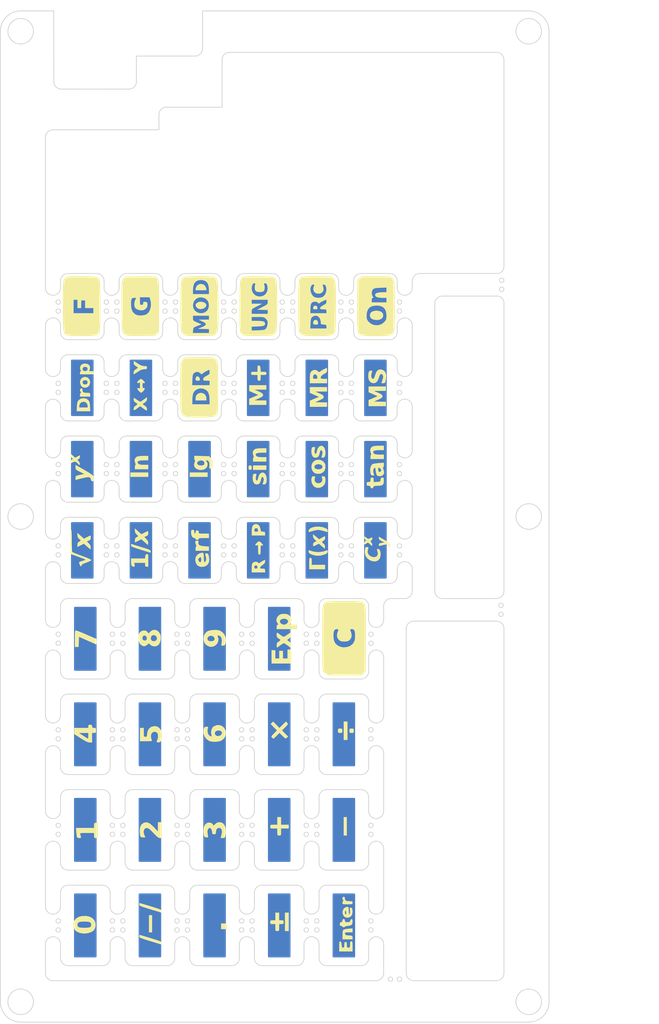
<source format=kicad_pcb>
(kicad_pcb (version 20221018) (generator pcbnew)
  (layers (0 "F.Cu" signal) (31 "B.Cu" signal) (34 "B.Paste" user) (35 "F.Paste" user) (36 "B.SilkS" user "B.Silkscreen") (37 "F.SilkS" user "F.Silkscreen") (38 "B.Mask" user) (39 "F.Mask" user) (44 "Edge.Cuts" user))
  (net 0 "")
  (footprint "LOGO" (layer "F.Cu") (at 100 97.1)
    (fp_text reference "G***" hide)
    (fp_text value "LOGO" hide)
  )
  (gr_circle (center 101 90.3) (end 101 90.6) (stroke (width 0.1)) (fill none) (layer "Edge.Cuts"))
  (gr_circle (center 130.2 67) (end 130.5 67) (stroke (width 0.1)) (fill none) (layer "Edge.Cuts"))
  (gr_line (start 90.4 35) (end 90.4 30) (stroke (width 0.1)) (layer "Edge.Cuts"))
  (gr_arc (start 112.499999 155.9) (mid 112.207106 156.607107) (end 111.499999 156.9) (stroke (width 0.1)) (layer "Edge.Cuts"))
  (gr_line (start 115.3 106.099998) (end 111.5 106.099998) (stroke (width 0.1)) (layer "Edge.Cuts"))
  (gr_arc (start 130.5 64) (mid 130.236396 64.636396) (end 129.6 64.9) (stroke (width 0.1)) (layer "Edge.Cuts"))
  (gr_line (start 121.299999 107.1) (end 121.3 68.9) (stroke (width 0.1)) (layer "Edge.Cuts"))
  (gr_circle (center 97 125.55) (end 97 125.85) (stroke (width 0.1)) (fill none) (layer "Edge.Cuts"))
  (gr_line (start 77.3 76.700001) (end 77.3 77.6) (stroke (width 0.1)) (layer "Edge.Cuts"))
  (gr_arc (start 117.3 78.6) (mid 116.592893 78.307107) (end 116.3 77.6) (stroke (width 0.1)) (layer "Edge.Cuts"))
  (gr_arc (start 95.9 84.499999) (mid 95.192893 84.207106) (end 94.9 83.499999) (stroke (width 0.1)) (layer "Edge.Cuts"))
  (gr_arc (start 69.5 82.6) (mid 69.792893 81.892893) (end 70.5 81.6) (stroke (width 0.1)) (layer "Edge.Cuts"))
  (gr_arc (start 88.7 110.95) (mid 88.407107 111.657107) (end 87.7 111.95) (stroke (width 0.1)) (layer "Edge.Cuts"))
  (gr_circle (center 71.2 79.5) (end 71.2 79.8) (stroke (width 0.1)) (fill none) (layer "Edge.Cuts"))
  (gr_arc (start 86.699999 115.95) (mid 86.992892 115.242893) (end 87.699999 114.95) (stroke (width 0.1)) (layer "Edge.Cuts"))
  (gr_line (start 116.3 87.5) (end 116.3 88.399999) (stroke (width 0.1)) (layer "Edge.Cuts"))
  (gr_circle (center 71.2 126.75) (end 71.2 127.05) (stroke (width 0.1)) (fill none) (layer "Edge.Cuts"))
  (gr_arc (start 70.5 127.65) (mid 71.207107 127.942893) (end 71.5 128.65) (stroke (width 0.1)) (layer "Edge.Cuts"))
  (gr_arc (start 85.1 105.099998) (mid 84.807107 105.807105) (end 84.1 106.099998) (stroke (width 0.1)) (layer "Edge.Cuts"))
  (gr_arc (start 109.5 103.199999) (mid 110.207107 103.492892) (end 110.5 104.199999) (stroke (width 0.1)) (layer "Edge.Cuts"))
  (gr_arc (start 117.3 103.199999) (mid 118.007107 103.492892) (end 118.3 104.199999) (stroke (width 0.1)) (layer "Edge.Cuts"))
  (gr_arc (start 109.5 70.8) (mid 110.207107 71.092893) (end 110.5 71.8) (stroke (width 0.1)) (layer "Edge.Cuts"))
  (gr_arc (start 87.1 87.5) (mid 87.392893 86.792893) (end 88.1 86.5) (stroke (width 0.1)) (layer "Edge.Cuts"))
  (gr_circle (center 93.2 80.699999) (end 93.2 80.999999) (stroke (width 0.1)) (fill none) (layer "Edge.Cuts"))
  (gr_line (start 111.499999 131.5) (end 106.899999 131.5) (stroke (width 0.1)) (layer "Edge.Cuts"))
  (gr_circle (center 95.6 150.95) (end 95.6 151.25) (stroke (width 0.1)) (fill none) (layer "Edge.Cuts"))
  (gr_circle (center 86.8 68.7) (end 86.8 69) (stroke (width 0.1)) (fill none) (layer "Edge.Cuts"))
  (gr_arc (start 102.9 108.1) (mid 103.607107 108.392893) (end 103.9 109.1) (stroke (width 0.1)) (layer "Edge.Cuts"))
  (gr_line (start 89.7 146.2) (end 94.3 146.2) (stroke (width 0.1)) (layer "Edge.Cuts"))
  (gr_circle (center 93.2 79.5) (end 93.2 79.8) (stroke (width 0.1)) (fill none) (layer "Edge.Cuts"))
  (gr_line (start 80.099999 155.9) (end 80.099999 154.05) (stroke (width 0.1)) (layer "Edge.Cuts"))
  (gr_arc (start 100.7 105.099998) (mid 100.407107 105.807105) (end 99.7 106.099998) (stroke (width 0.1)) (layer "Edge.Cuts"))
  (gr_circle (center 71.2 150.95) (end 71.2 151.25) (stroke (width 0.1)) (fill none) (layer "Edge.Cuts"))
  (gr_arc (start 118.3 65.9) (mid 118.592893 65.192893) (end 119.3 64.9) (stroke (width 0.1)) (layer "Edge.Cuts"))
  (gr_line (start 102.7 87.5) (end 102.7 88.399999) (stroke (width 0.1)) (layer "Edge.Cuts"))
  (gr_arc (start 102.7 65.900001) (mid 102.992893 65.192894) (end 103.7 64.900001) (stroke (width 0.1)) (layer "Edge.Cuts"))
  (gr_arc (start 78.1 130.5) (mid 77.807107 131.207107) (end 77.1 131.5) (stroke (width 0.1)) (layer "Edge.Cuts"))
  (gr_line (start 88.1 75.700001) (end 91.9 75.700001) (stroke (width 0.1)) (layer "Edge.Cuts"))
  (gr_line (start 80.099999 130.5) (end 80.099999 128.65) (stroke (width 0.1)) (layer "Edge.Cuts"))
  (gr_arc (start 102.7 76.700001) (mid 102.992893 75.992894) (end 103.7 75.700001) (stroke (width 0.1)) (layer "Edge.Cuts"))
  (gr_arc (start 81.6 39.4) (mid 81.307107 40.107107) (end 80.6 40.4) (stroke (width 0.1)) (layer "Edge.Cuts"))
  (gr_arc (start 70.5 140.35) (mid 71.207107 140.642893) (end 71.5 141.35) (stroke (width 0.1)) (layer "Edge.Cuts"))
  (gr_arc (start 95.9 73.699999) (mid 95.192893 73.407106) (end 94.9 72.699999) (stroke (width 0.1)) (layer "Edge.Cuts"))
  (gr_arc (start 79.1 124.65) (mid 78.392893 124.357107) (end 78.1 123.65) (stroke (width 0.1)) (layer "Edge.Cuts"))
  (gr_line (start 72.5 146.2) (end 77.1 146.2) (stroke (width 0.1)) (layer "Edge.Cuts"))
  (gr_line (start 69.5 145.2) (end 69.5 149.05) (stroke (width 0.1)) (layer "Edge.Cuts"))
  (gr_circle (center 95.6 112.85) (end 95.6 113.15) (stroke (width 0.1)) (fill none) (layer "Edge.Cuts"))
  (gr_line (start 80.099999 134.5) (end 80.099999 136.35) (stroke (width 0.1)) (layer "Edge.Cuts"))
  (gr_arc (start 110.5 87.5) (mid 110.792893 86.792893) (end 111.5 86.5) (stroke (width 0.1)) (layer "Edge.Cuts"))
  (gr_circle (center 105.6 139.45) (end 105.6 139.75) (stroke (width 0.1)) (fill none) (layer "Edge.Cuts"))
  (gr_line (start 136.5 32.7) (end 136.5 161.7) (stroke (width 0.1)) (layer "Edge.Cuts"))
  (gr_arc (start 116.3 71.8) (mid 116.592893 71.092893) (end 117.3 70.8) (stroke (width 0.1)) (layer "Edge.Cuts"))
  (gr_arc (start 70.5 124.65) (mid 69.792893 124.357107) (end 69.5 123.65) (stroke (width 0.1)) (layer "Edge.Cuts"))
  (gr_arc (start 110.5 88.399999) (mid 110.207107 89.107106) (end 109.5 89.399999) (stroke (width 0.1)) (layer "Edge.Cuts"))
  (gr_arc (start 78.3 103.199999) (mid 79.007107 103.492892) (end 79.3 104.199999) (stroke (width 0.1)) (layer "Edge.Cuts"))
  (gr_line (start 102.7 105.099998) (end 102.7 104.199999) (stroke (width 0.1)) (layer "Edge.Cuts"))
  (gr_line (start 72.5 86.5) (end 76.3 86.5) (stroke (width 0.1)) (layer "Edge.Cuts"))
  (gr_circle (center 112.799999 139.45) (end 112.799999 139.75) (stroke (width 0.1)) (fill none) (layer "Edge.Cuts"))
  (gr_line (start 94.3 118.8) (end 89.7 118.8) (stroke (width 0.1)) (layer "Edge.Cuts"))
  (gr_line (start 97.3 130.5) (end 97.3 128.65) (stroke (width 0.1)) (layer "Edge.Cuts"))
  (gr_line (start 114.499999 119.8) (end 114.499999 115.95) (stroke (width 0.1)) (layer "Edge.Cuts"))
  (gr_circle (center 79 90.3) (end 79 90.6) (stroke (width 0.1)) (fill none) (layer "Edge.Cuts"))
  (gr_line (start 88.7 143.2) (end 88.7 141.35) (stroke (width 0.1)) (layer "Edge.Cuts"))
  (gr_line (start 88.7 130.5) (end 88.7 128.65) (stroke (width 0.1)) (layer "Edge.Cuts"))
  (gr_line (start 94.9 72.699999) (end 94.9 71.8) (stroke (width 0.1)) (layer "Edge.Cuts"))
  (gr_arc (start 69.5 93.399999) (mid 69.792893 92.692892) (end 70.5 92.399999) (stroke (width 0.1)) (layer "Edge.Cuts"))
  (gr_arc (start 89.7 156.9) (mid 88.992893 156.607107) (end 88.7 155.9) (stroke (width 0.1)) (layer "Edge.Cuts"))
  (gr_circle (center 77.6 69.899999) (end 77.6 70.199999) (stroke (width 0.1)) (fill none) (layer "Edge.Cuts"))
  (gr_line (start 79.3 83.499999) (end 79.3 82.6) (stroke (width 0.1)) (layer "Edge.Cuts"))
  (gr_arc (start 87.699999 111.95) (mid 86.992892 111.657107) (end 86.699999 110.95) (stroke (width 0.1)) (layer "Edge.Cuts"))
  (gr_arc (start 118.299999 107.099999) (mid 118.007106 107.807106) (end 117.299999 108.099999) (stroke (width 0.1)) (layer "Edge.Cuts"))
  (gr_arc (start 81.099999 131.5) (mid 80.392892 131.207107) (end 80.099999 130.5) (stroke (width 0.1)) (layer "Edge.Cuts"))
  (gr_line (start 99.7 106.099998) (end 95.9 106.099998) (stroke (width 0.1)) (layer "Edge.Cuts"))
  (gr_arc (start 113.499999 137.35) (mid 112.792892 137.057107) (end 112.499999 136.35) (stroke (width 0.1)) (layer "Edge.Cuts"))
  (gr_arc (start 103.7 84.499999) (mid 102.992893 84.207106) (end 102.7 83.499999) (stroke (width 0.1)) (layer "Edge.Cuts"))
  (gr_arc (start 100.7 71.8) (mid 100.992893 71.092893) (end 101.7 70.8) (stroke (width 0.1)) (layer "Edge.Cuts"))
  (gr_arc (start 115.3 86.5) (mid 116.007107 86.792893) (end 116.3 87.5) (stroke (width 0.1)) (layer "Edge.Cuts"))
  (gr_line (start 102.7 76.700001) (end 102.7 77.6) (stroke (width 0.1)) (layer "Edge.Cuts"))
  (gr_arc (start 105.899999 121.8) (mid 106.192892 121.092893) (end 106.899999 120.8) (stroke (width 0.1)) (layer "Edge.Cuts"))
  (gr_line (start 80.099999 147.2) (end 80.099999 149.05) (stroke (width 0.1)) (layer "Edge.Cuts"))
  (gr_circle (center 112.799999 138.25) (end 112.799999 138.55) (stroke (width 0.1)) (fill none) (layer "Edge.Cuts"))
  (gr_circle (center 86.999999 114.05) (end 86.999999 114.35) (stroke (width 0.1)) (fill none) (layer "Edge.Cuts"))
  (gr_circle (center 79.8 125.55) (end 79.8 125.85) (stroke (width 0.1)) (fill none) (layer "Edge.Cuts"))
  (gr_arc (start 92.9 71.8) (mid 93.192893 71.092893) (end 93.9 70.8) (stroke (width 0.1)) (layer "Edge.Cuts"))
  (gr_arc (start 106.899999 118.8) (mid 106.192892 118.507107) (end 105.899999 117.8) (stroke (width 0.1)) (layer "Edge.Cuts"))
  (gr_line (start 103.9 147.2) (end 103.9 149.05) (stroke (width 0.1)) (layer "Edge.Cuts"))
  (gr_arc (start 102.7 66.8) (mid 102.407107 67.507107) (end 101.7 67.8) (stroke (width 0.1)) (layer "Edge.Cuts"))
  (gr_circle (center 112.799999 126.75) (end 112.799999 127.05) (stroke (width 0.1)) (fill none) (layer "Edge.Cuts"))
  (gr_arc (start 85.1 82.6) (mid 85.392893 81.892893) (end 86.1 81.6) (stroke (width 0.1)) (layer "Edge.Cuts"))
  (gr_line (start 69.5 85.499999) (end 69.5 82.6) (stroke (width 0.1)) (layer "Edge.Cuts"))
  (gr_circle (center 71.2 90.3) (end 71.2 90.6) (stroke (width 0.1)) (fill none) (layer "Edge.Cuts"))
  (gr_arc (start 102.9 133.5) (mid 103.607107 133.792893) (end 103.9 134.5) (stroke (width 0.1)) (layer "Edge.Cuts"))
  (gr_circle (center 116.6 101.1) (end 116.6 101.399999) (stroke (width 0.1)) (fill none) (layer "Edge.Cuts"))
  (gr_arc (start 85.699999 108.1) (mid 86.407106 108.392893) (end 86.699999 109.1) (stroke (width 0.1)) (layer "Edge.Cuts"))
  (gr_arc (start 105.899999 123.65) (mid 105.607106 124.357107) (end 104.899999 124.65) (stroke (width 0.1)) (layer "Edge.Cuts"))
  (gr_arc (start 118.3 99.199999) (mid 118.007107 99.907106) (end 117.3 100.199999) (stroke (width 0.1)) (layer "Edge.Cuts"))
  (gr_arc (start 94.3 108.1) (mid 95.007107 108.392893) (end 95.3 109.1) (stroke (width 0.1)) (layer "Edge.Cuts"))
  (gr_arc (start 84.1 64.900001) (mid 84.807107 65.192894) (end 85.1 65.900001) (stroke (width 0.1)) (layer "Edge.Cuts"))
  (gr_circle (center 102.4 69.899999) (end 102.4 70.199999) (stroke (width 0.1)) (fill none) (layer "Edge.Cuts"))
  (gr_line (start 69.5 157.9) (end 69.5 154.05) (stroke (width 0.1)) (layer "Edge.Cuts"))
  (gr_line (start 103.9 130.5) (end 103.9 128.65) (stroke (width 0.1)) (layer "Edge.Cuts"))
  (gr_circle (center 79.8 112.85) (end 79.8 113.15) (stroke (width 0.1)) (fill none) (layer "Edge.Cuts"))
  (gr_circle (center 104.199999 112.85) (end 104.199999 113.15) (stroke (width 0.1)) (fill none) (layer "Edge.Cuts"))
  (gr_arc (start 117.3 92.399999) (mid 118.007107 92.692892) (end 118.3 93.399999) (stroke (width 0.1)) (layer "Edge.Cuts"))
  (gr_arc (start 133.8 30) (mid 135.709188 30.790812) (end 136.5 32.7) (stroke (width 0.1)) (layer "Edge.Cuts"))
  (gr_arc (start 79.099999 127.65) (mid 79.807106 127.942893) (end 80.099999 128.65) (stroke (width 0.1)) (layer "Edge.Cuts"))
  (gr_circle (center 101 101.1) (end 101 101.399999) (stroke (width 0.1)) (fill none) (layer "Edge.Cuts"))
  (gr_line (start 110.5 72.699999) (end 110.5 71.8) (stroke (width 0.1)) (layer "Edge.Cuts"))
  (gr_line (start 94.9 98.3) (end 94.9 99.199999) (stroke (width 0.1)) (layer "Edge.Cuts"))
  (gr_arc (start 108.5 104.199999) (mid 108.792893 103.492892) (end 109.5 103.199999) (stroke (width 0.1)) (layer "Edge.Cuts"))
  (gr_arc (start 97.3 136.35) (mid 97.007107 137.057107) (end 96.3 137.35) (stroke (width 0.1)) (layer "Edge.Cuts"))
  (gr_circle (center 85.4 91.499999) (end 85.4 91.799999) (stroke (width 0.1)) (fill none) (layer "Edge.Cuts"))
  (gr_circle (center 112.799999 112.85) (end 112.799999 113.15) (stroke (width 0.1)) (fill none) (layer "Edge.Cuts"))
  (gr_arc (start 86.699999 130.5) (mid 86.407106 131.207107) (end 85.699999 131.5) (stroke (width 0.1)) (layer "Edge.Cuts"))
  (gr_line (start 88.7 155.9) (end 88.7 154.05) (stroke (width 0.1)) (layer "Edge.Cuts"))
  (gr_line (start 111.499999 144.2) (end 106.899999 144.2) (stroke (width 0.1)) (layer "Edge.Cuts"))
  (gr_line (start 111.499999 156.9) (end 106.899999 156.9) (stroke (width 0.1)) (layer "Edge.Cuts"))
  (gr_line (start 103.9 117.8) (end 103.9 115.95) (stroke (width 0.1)) (layer "Edge.Cuts"))
  (gr_circle (center 93.2 101.1) (end 93.2 101.399999) (stroke (width 0.1)) (fill none) (layer "Edge.Cuts"))
  (gr_arc (start 104.899999 127.65) (mid 105.607106 127.942893) (end 105.899999 128.65) (stroke (width 0.1)) (layer "Edge.Cuts"))
  (gr_circle (center 71.2 152.15) (end 71.2 152.45) (stroke (width 0.1)) (fill none) (layer "Edge.Cuts"))
  (gr_circle (center 108.8 90.3) (end 108.8 90.6) (stroke (width 0.1)) (fill none) (layer "Edge.Cuts"))
  (gr_circle (center 104.199999 138.25) (end 104.199999 138.55) (stroke (width 0.1)) (fill none) (layer "Edge.Cuts"))
  (gr_arc (start 85.1 71.8) (mid 85.392893 71.092893) (end 86.1 70.8) (stroke (width 0.1)) (layer "Edge.Cuts"))
  (gr_circle (center 86.8 101.1) (end 86.8 101.399999) (stroke (width 0.1)) (fill none) (layer "Edge.Cuts"))
  (gr_arc (start 77.1 133.5) (mid 77.807107 133.792893) (end 78.1 134.5) (stroke (width 0.1)) (layer "Edge.Cuts"))
  (gr_circle (center 101 79.5) (end 101 79.8) (stroke (width 0.1)) (fill none) (layer "Edge.Cuts"))
  (gr_circle (center 94.6 102.299999) (end 94.6 102.599999) (stroke (width 0.1)) (fill none) (layer "Edge.Cuts"))
  (gr_arc (start 107.5 75.700001) (mid 108.207107 75.992894) (end 108.5 76.700001) (stroke (width 0.1)) (layer "Edge.Cuts"))
  (gr_line (start 110.5 98.3) (end 110.5 99.199999) (stroke (width 0.1)) (layer "Edge.Cuts"))
  (gr_arc (start 96.3 140.35) (mid 97.007107 140.642893) (end 97.3 141.35) (stroke (width 0.1)) (layer "Edge.Cuts"))
  (gr_circle (center 71.2 69.899999) (end 71.2 70.199999) (stroke (width 0.1)) (fill none) (layer "Edge.Cuts"))
  (gr_arc (start 94.9 76.700001) (mid 95.192893 75.992894) (end 95.9 75.700001) (stroke (width 0.1)) (layer "Edge.Cuts"))
  (gr_arc (start 79.099999 153.05) (mid 79.807106 153.342893) (end 80.099999 154.05) (stroke (width 0.1)) (layer "Edge.Cuts"))
  (gr_line (start 92.9 83.499999) (end 92.9 82.6) (stroke (width 0.1)) (layer "Edge.Cuts"))
  (gr_circle (center 102.4 90.3) (end 102.4 90.6) (stroke (width 0.1)) (fill none) (layer "Edge.Cuts"))
  (gr_circle (center 78.399999 114.05) (end 78.399999 114.35) (stroke (width 0.1)) (fill none) (layer "Edge.Cuts"))
  (gr_line (start 100.7 87.5) (end 100.7 88.399999) (stroke (width 0.1)) (layer "Edge.Cuts"))
  (gr_arc (start 70.5 70.8) (mid 71.207107 71.092893) (end 71.5 71.8) (stroke (width 0.1)) (layer "Edge.Cuts"))
  (gr_arc (start 95.3 154.05) (mid 95.592893 153.342893) (end 96.3 153.05) (stroke (width 0.1)) (layer "Edge.Cuts"))
  (gr_arc (start 100.7 94.299998) (mid 100.407107 95.007105) (end 99.7 95.299998) (stroke (width 0.1)) (layer "Edge.Cuts"))
  (gr_arc (start 101.7 81.6) (mid 102.407107 81.892893) (end 102.7 82.6) (stroke (width 0.1)) (layer "Edge.Cuts"))
  (gr_arc (start 77.1 120.8) (mid 77.807107 121.092893) (end 78.1 121.8) (stroke (width 0.1)) (layer "Edge.Cuts"))
  (gr_circle (center 88.4 114.05) (end 88.4 114.35) (stroke (width 0.1)) (fill none) (layer "Edge.Cuts"))
  (gr_circle (center 110.2 101.1) (end 110.2 101.399999) (stroke (width 0.1)) (fill none) (layer "Edge.Cuts"))
  (gr_circle (center 85.4 68.7) (end 85.4 69) (stroke (width 0.1)) (fill none) (layer "Edge.Cuts"))
  (gr_arc (start 95.3 117.8) (mid 95.007107 118.507107) (end 94.3 118.8) (stroke (width 0.1)) (layer "Edge.Cuts"))
  (gr_arc (start 113.499999 150.05) (mid 112.792892 149.757107) (end 112.499999 149.05) (stroke (width 0.1)) (layer "Edge.Cuts"))
  (gr_arc (start 98.3 118.8) (mid 97.592893 118.507107) (end 97.3 117.8) (stroke (width 0.1)) (layer "Edge.Cuts"))
  (gr_arc (start 71.5 98.3) (mid 71.792893 97.592893) (end 72.5 97.3) (stroke (width 0.1)) (layer "Edge.Cuts"))
  (gr_arc (start 98.3 131.5) (mid 97.592893 131.207107) (end 97.3 130.5) (stroke (width 0.1)) (layer "Edge.Cuts"))
  (gr_line (start 88.7 147.2) (end 88.7 149.05) (stroke (width 0.1)) (layer "Edge.Cuts"))
  (gr_circle (center 86.999999 139.45) (end 86.999999 139.75) (stroke (width 0.1)) (fill none) (layer "Edge.Cuts"))
  (gr_line (start 85.699999 144.2) (end 81.099999 144.2) (stroke (width 0.1)) (layer "Edge.Cuts"))
  (gr_line (start 112.499999 143.2) (end 112.499999 141.35) (stroke (width 0.1)) (layer "Edge.Cuts"))
  (gr_arc (start 99.7 64.900001) (mid 100.407107 65.192894) (end 100.7 65.900001) (stroke (width 0.1)) (layer "Edge.Cuts"))
  (gr_line (start 115.3 84.499999) (end 111.5 84.499999) (stroke (width 0.1)) (layer "Edge.Cuts"))
  (gr_arc (start 101.7 78.6) (mid 100.992893 78.307107) (end 100.7 77.6) (stroke (width 0.1)) (layer "Edge.Cuts"))
  (gr_line (start 71.5 94.299998) (end 71.5 93.399999) (stroke (width 0.1)) (layer "Edge.Cuts"))
  (gr_arc (start 103.9 155.9) (mid 103.607107 156.607107) (end 102.9 156.9) (stroke (width 0.1)) (layer "Edge.Cuts"))
  (gr_arc (start 118.3 77.6) (mid 118.007107 78.307107) (end 117.3 78.6) (stroke (width 0.1)) (layer "Edge.Cuts"))
  (gr_arc (start 97.3 123.65) (mid 97.007107 124.357107) (end 96.3 124.65) (stroke (width 0.1)) (layer "Edge.Cuts"))
  (gr_line (start 107.5 84.499999) (end 103.7 84.499999) (stroke (width 0.1)) (layer "Edge.Cuts"))
  (gr_line (start 80.3 75.700001) (end 84.1 75.700001) (stroke (width 0.1)) (layer "Edge.Cuts"))
  (gr_line (start 71.5 72.699999) (end 71.5 71.8) (stroke (width 0.1)) (layer "Edge.Cuts"))
  (gr_circle (center 95.6 152.15) (end 95.6 152.45) (stroke (width 0.1)) (fill none) (layer "Edge.Cuts"))
  (gr_arc (start 92.9 104.199999) (mid 93.192893 103.492892) (end 93.9 103.199999) (stroke (width 0.1)) (layer "Edge.Cuts"))
  (gr_arc (start 102.7 77.6) (mid 102.407107 78.307107) (end 101.7 78.6) (stroke (width 0.1)) (layer "Edge.Cuts"))
  (gr_line (start 79.3 105.099998) (end 79.3 104.199999) (stroke (width 0.1)) (layer "Edge.Cuts"))
  (gr_line (start 72.5 97.3) (end 76.3 97.3) (stroke (width 0.1)) (layer "Edge.Cuts"))
  (gr_line (start 118.500001 158.9) (end 129.5 158.9) (stroke (width 0.1)) (layer "Edge.Cuts"))
  (gr_arc (start 79.099999 140.35) (mid 79.807106 140.642893) (end 80.099999 141.35) (stroke (width 0.1)) (layer "Edge.Cuts"))
  (gr_arc (start 85.1 94.299998) (mid 84.807107 95.007105) (end 84.1 95.299998) (stroke (width 0.1)) (layer "Edge.Cuts"))
  (gr_line (start 114.5 109.1) (end 114.499999 110.95) (stroke (width 0.1)) (layer "Edge.Cuts"))
  (gr_line (start 69.5 96.3) (end 69.5 99.199999) (stroke (width 0.1)) (layer "Edge.Cuts"))
  (gr_line (start 105.899999 143.2) (end 105.899999 141.35) (stroke (width 0.1)) (layer "Edge.Cuts"))
  (gr_arc (start 78.3 89.399999) (mid 77.592893 89.107106) (end 77.3 88.399999) (stroke (width 0.1)) (layer "Edge.Cuts"))
  (gr_circle (center 94.6 69.899999) (end 94.6 70.199999) (stroke (width 0.1)) (fill none) (layer "Edge.Cuts"))
  (gr_circle (center 94.6 101.1) (end 94.6 101.399999) (stroke (width 0.1)) (fill none) (layer "Edge.Cuts"))
  (gr_circle (center 93.2 91.499999) (end 93.2 91.799999) (stroke (width 0.1)) (fill none) (layer "Edge.Cuts"))
  (gr_circle (center 116.6 102.299999) (end 116.6 102.599999) (stroke (width 0.1)) (fill none) (layer "Edge.Cuts"))
  (gr_arc (start 69.5 71.8) (mid 69.792893 71.092893) (end 70.5 70.8) (stroke (width 0.1)) (layer "Edge.Cuts"))
  (gr_line (start 92.9 105.099998) (end 92.9 104.199999) (stroke (width 0.1)) (layer "Edge.Cuts"))
  (gr_line (start 78.1 143.2) (end 78.1 141.35) (stroke (width 0.1)) (layer "Edge.Cuts"))
  (gr_arc (start 87.7 114.95) (mid 88.407107 115.242893) (end 88.7 115.95) (stroke (width 0.1)) (layer "Edge.Cuts"))
  (gr_arc (start 107.5 97.3) (mid 108.207107 97.592893) (end 108.5 98.3) (stroke (width 0.1)) (layer "Edge.Cuts"))
  (gr_line (start 72.5 120.8) (end 77.1 120.8) (stroke (width 0.1)) (layer "Edge.Cuts"))
  (gr_arc (start 78.1 117.8) (mid 77.807107 118.507107) (end 77.1 118.8) (stroke (width 0.1)) (layer "Edge.Cuts"))
  (gr_arc (start 71.5 134.5) (mid 71.792893 133.792893) (end 72.5 133.5) (stroke (width 0.1)) (layer "Edge.Cuts"))
  (gr_line (start 89.7 108.1) (end 94.3 108.1) (stroke (width 0.1)) (layer "Edge.Cuts"))
  (gr_arc (start 78.1 155.9) (mid 77.807107 156.607107) (end 77.1 156.9) (stroke (width 0.1)) (layer "Edge.Cuts"))
  (gr_line (start 87.1 94.299998) (end 87.1 93.399999) (stroke (width 0.1)) (layer "Edge.Cuts"))
  (gr_arc (start 104.899999 140.35) (mid 105.607106 140.642893) (end 105.899999 141.35) (stroke (width 0.1)) (layer "Edge.Cuts"))
  (gr_circle (center 77.6 79.5) (end 77.6 79.8) (stroke (width 0.1)) (fill none) (layer "Edge.Cuts"))
  (gr_line (start 112.499999 117.8) (end 112.499999 115.95) (stroke (width 0.1)) (layer "Edge.Cuts"))
  (gr_line (start 69.5 74.700001) (end 69.5 77.6) (stroke (width 0.1)) (layer "Edge.Cuts"))
  (gr_arc (start 121.3 68.9) (mid 121.592893 68.192893) (end 122.3 67.9) (stroke (width 0.1)) (layer "Edge.Cuts"))
  (gr_circle (center 86.999999 125.55) (end 86.999999 125.85) (stroke (width 0.1)) (fill none) (layer "Edge.Cuts"))
  (gr_arc (start 70.5 89.399999) (mid 69.792893 89.107106) (end 69.5 88.399999) (stroke (width 0.1)) (layer "Edge.Cuts"))
  (gr_arc (start 78.3 100.199999) (mid 77.592893 99.907106) (end 77.3 99.199999) (stroke (width 0.1)) (layer "Edge.Cuts"))
  (gr_arc (start 104.9 150.05) (mid 104.192893 149.757107) (end 103.9 149.05) (stroke (width 0.1)) (layer "Edge.Cuts"))
  (gr_arc (start 87.699999 124.65) (mid 86.992892 124.357107) (end 86.699999 123.65) (stroke (width 0.1)) (layer "Edge.Cuts"))
  (gr_line (start 105.899999 155.9) (end 105.899999 154.05) (stroke (width 0.1)) (layer "Edge.Cuts"))
  (gr_arc (start 69.5 128.65) (mid 69.792893 127.942893) (end 70.5 127.65) (stroke (width 0.1)) (layer "Edge.Cuts"))
  (gr_arc (start 99.7 86.5) (mid 100.407107 86.792893) (end 100.7 87.5) (stroke (width 0.1)) (layer "Edge.Cuts"))
  (gr_line (start 72.5 133.5) (end 77.1 133.5) (stroke (width 0.1)) (layer "Edge.Cuts"))
  (gr_arc (start 88.7 149.05) (mid 88.407107 149.757107) (end 87.7 150.05) (stroke (width 0.1)) (layer "Edge.Cuts"))
  (gr_circle (center 104.199999 150.95) (end 104.199999 151.25) (stroke (width 0.1)) (fill none) (layer "Edge.Cuts"))
  (gr_arc (start 91.9 64.900001) (mid 92.607107 65.192894) (end 92.9 65.900001) (stroke (width 0.1)) (layer "Edge.Cuts"))
  (gr_line (start 118.3 96.299998) (end 118.3 93.399999) (stroke (width 0.1)) (layer "Edge.Cuts"))
  (gr_line (start 85.1 65.900001) (end 85.1 66.8) (stroke (width 0.1)) (layer "Edge.Cuts"))
  (gr_arc (start 108.5 71.8) (mid 108.792893 71.092893) (end 109.5 70.8) (stroke (width 0.1)) (layer "Edge.Cuts"))
  (gr_line (start 72.5 64.900001) (end 76.3 64.900001) (stroke (width 0.1)) (layer "Edge.Cuts"))
  (gr_circle (center 86.8 80.699999) (end 86.8 80.999999) (stroke (width 0.1)) (fill none) (layer "Edge.Cuts"))
  (gr_arc (start 118.3 88.399999) (mid 118.007107 89.107106) (end 117.3 89.399999) (stroke (width 0.1)) (layer "Edge.Cuts"))
  (gr_arc (start 108.5 94.299998) (mid 108.207107 95.007105) (end 107.5 95.299998) (stroke (width 0.1)) (layer "Edge.Cuts"))
  (gr_arc (start 116.3 93.399999) (mid 116.592893 92.692892) (end 117.3 92.399999) (stroke (width 0.1)) (layer "Edge.Cuts"))
  (gr_line (start 100.7 65.900001) (end 100.7 66.8) (stroke (width 0.1)) (layer "Edge.Cuts"))
  (gr_arc (start 95.9 95.299998) (mid 95.192893 95.007105) (end 94.9 94.299998) (stroke (width 0.1)) (layer "Edge.Cuts"))
  (gr_circle (center 110.2 102.299999) (end 110.2 102.599999) (stroke (width 0.1)) (fill none) (layer "Edge.Cuts"))
  (gr_line (start 97.3 143.2) (end 97.3 141.35) (stroke (width 0.1)) (layer "Edge.Cuts"))
  (gr_arc (start 70.5 153.05) (mid 71.207107 153.342893) (end 71.5 154.05) (stroke (width 0.1)) (layer "Edge.Cuts"))
  (gr_arc (start 79.1 137.35) (mid 78.392893 137.057107) (end 78.1 136.35) (stroke (width 0.1)) (layer "Edge.Cuts"))
  (gr_arc (start 111.499999 108.1) (mid 112.207106 108.392893) (end 112.499999 109.1) (stroke (width 0.1)) (layer "Edge.Cuts"))
  (gr_circle (center 116.6 80.699999) (end 116.6 80.999999) (stroke (width 0.1)) (fill none) (layer "Edge.Cuts"))
  (gr_arc (start 113.499999 124.65) (mid 112.792892 124.357107) (end 112.499999 123.65) (stroke (width 0.1)) (layer "Edge.Cuts"))
  (gr_line (start 122.3 108.100001) (end 129.5 108.1) (stroke (width 0.1)) (layer "Edge.Cuts"))
  (gr_arc (start 72.5 106.099998) (mid 71.792893 105.807105) (end 71.5 105.099998) (stroke (width 0.1)) (layer "Edge.Cuts"))
  (gr_line (start 112.499999 147.2) (end 112.499999 149.05) (stroke (width 0.1)) (layer "Edge.Cuts"))
  (gr_line (start 115.3 95.299998) (end 111.5 95.299998) (stroke (width 0.1)) (layer "Edge.Cuts"))
  (gr_arc (start 117.3 67.8) (mid 116.592893 67.507107) (end 116.3 66.8) (stroke (width 0.1)) (layer "Edge.Cuts"))
  (gr_arc (start 101.7 92.399999) (mid 102.407107 92.692892) (end 102.7 93.399999) (stroke (width 0.1)) (layer "Edge.Cuts"))
  (gr_line (start 87.1 72.699999) (end 87.1 71.8) (stroke (width 0.1)) (layer "Edge.Cuts"))
  (gr_arc (start 78.1 143.2) (mid 77.807107 143.907107) (end 77.1 144.2) (stroke (width 0.1)) (layer "Edge.Cuts"))
  (gr_arc (start 94.9 99.199999) (mid 94.607107 99.907106) (end 93.9 100.199999) (stroke (width 0.1)) (layer "Edge.Cuts"))
  (gr_arc (start 94.9 88.399999) (mid 94.607107 89.107106) (end 93.9 89.399999) (stroke (width 0.1)) (layer "Edge.Cuts"))
  (gr_line (start 112.499999 109.1) (end 112.499999 110.95) (stroke (width 0.1)) (layer "Edge.Cuts"))
  (gr_line (start 80.3 64.900001) (end 84.1 64.900001) (stroke (width 0.1)) (layer "Edge.Cuts"))
  (gr_line (start 114.499999 145.2) (end 114.499999 141.35) (stroke (width 0.1)) (layer "Edge.Cuts"))
  (gr_line (start 100.7 94.299998) (end 100.7 93.399999) (stroke (width 0.1)) (layer "Edge.Cuts"))
  (gr_arc (start 70.5 137.35) (mid 69.792893 137.057107) (end 69.5 136.35) (stroke (width 0.1)) (layer "Edge.Cuts"))
  (gr_circle (center 71.2 101.1) (end 71.2 101.399999) (stroke (width 0.1)) (fill none) (layer "Edge.Cuts"))
  (gr_arc (start 88.1 73.699999) (mid 87.392893 73.407106) (end 87.1 72.699999) (stroke (width 0.1)) (layer "Edge.Cuts"))
  (gr_arc (start 66.2 164.4) (mid 64.290812 163.609188) (end 63.5 161.7) (stroke (width 0.1)) (layer "Edge.Cuts"))
  (gr_line (start 86.699999 143.2) (end 86.699999 141.35) (stroke (width 0.1)) (layer "Edge.Cuts"))
  (gr_arc (start 77.3 82.6) (mid 77.592893 81.892893) (end 78.3 81.6) (stroke (width 0.1)) (layer "Edge.Cuts"))
  (gr_arc (start 77.3 72.699999) (mid 77.007107 73.407106) (end 76.3 73.699999) (stroke (width 0.1)) (layer "Edge.Cuts"))
  (gr_line (start 111.5 86.5) (end 115.3 86.5) (stroke (width 0.1)) (layer "Edge.Cuts"))
  (gr_arc (start 98.3 156.9) (mid 97.592893 156.607107) (end 97.3 155.9) (stroke (width 0.1)) (layer "Edge.Cuts"))
  (gr_line (start 108.5 87.5) (end 108.5 88.399999) (stroke (width 0.1)) (layer "Edge.Cuts"))
  (gr_circle (center 130.2 65.8) (end 130.5 65.8) (stroke (width 0.1)) (fill none) (layer "Edge.Cuts"))
  (gr_line (start 110.5 83.499999) (end 110.5 82.6) (stroke (width 0.1)) (layer "Edge.Cuts"))
  (gr_circle (center 97 112.85) (end 97 113.15) (stroke (width 0.1)) (fill none) (layer "Edge.Cuts"))
  (gr_circle (center 88.4 125.55) (end 88.4 125.85) (stroke (width 0.1)) (fill none) (layer "Edge.Cuts"))
  (gr_circle (center 101 80.699999) (end 101 80.999999) (stroke (width 0.1)) (fill none) (layer "Edge.Cuts"))
  (gr_arc (start 87.7 140.35) (mid 88.407107 140.642893) (end 88.7 141.35) (stroke (width 0.1)) (layer "Edge.Cuts"))
  (gr_circle (center 86.8 91.499999) (end 86.8 91.799999) (stroke (width 0.1)) (fill none) (layer "Edge.Cuts"))
  (gr_arc (start 110.5 66.8) (mid 110.207107 67.507107) (end 109.5 67.8) (stroke (width 0.1)) (layer "Edge.Cuts"))
  (gr_circle (center 66.2 32.7) (end 67.9 32.7) (stroke (width 0.1)) (fill none) (layer "Edge.Cuts"))
  (gr_arc (start 80.099999 136.35) (mid 79.807106 137.057107) (end 79.099999 137.35) (stroke (width 0.1)) (layer "Edge.Cuts"))
  (gr_arc (start 76.3 86.5) (mid 77.007107 86.792893) (end 77.3 87.5) (stroke (width 0.1)) (layer "Edge.Cuts"))
  (gr_arc (start 76.3 64.900001) (mid 77.007107 65.192894) (end 77.3 65.900001) (stroke (width 0.1)) (layer "Edge.Cuts"))
  (gr_line (start 97.3 109.1) (end 97.3 110.95) (stroke (width 0.1)) (layer "Edge.Cuts"))
  (gr_line (start 89.7 133.5) (end 94.3 133.5) (stroke (width 0.1)) (layer "Edge.Cuts"))
  (gr_line (start 71.5 83.499999) (end 71.5 82.6) (stroke (width 0.1)) (layer "Edge.Cuts"))
  (gr_circle (center 130.1 110.2) (end 130.4 110.2) (stroke (width 0.1)) (fill none) (layer "Edge.Cuts"))
  (gr_arc (start 102.7 98.3) (mid 102.992893 97.592893) (end 103.7 97.3) (stroke (width 0.1)) (layer "Edge.Cuts"))
  (gr_arc (start 79.3 66.8) (mid 79.007107 67.507107) (end 78.3 67.8) (stroke (width 0.1)) (layer "Edge.Cuts"))
  (gr_circle (center 85.4 69.899999) (end 85.4 70.199999) (stroke (width 0.1)) (fill none) (layer "Edge.Cuts"))
  (gr_line (start 69.5 119.8) (end 69.5 123.65) (stroke (width 0.1)) (layer "Edge.Cuts"))
  (gr_line (start 102.7 72.699999) (end 102.7 71.8) (stroke (width 0.1)) (layer "Edge.Cuts"))
  (gr_arc (start 71.5 147.2) (mid 71.792893 146.492893) (end 72.5 146.2) (stroke (width 0.1)) (layer "Edge.Cuts"))
  (gr_circle (center 79.8 138.25) (end 79.8 138.55) (stroke (width 0.1)) (fill none) (layer "Edge.Cuts"))
  (gr_line (start 105.899999 121.8) (end 105.899999 123.65) (stroke (width 0.1)) (layer "Edge.Cuts"))
  (gr_line (start 76.3 73.699999) (end 72.5 73.699999) (stroke (width 0.1)) (layer "Edge.Cuts"))
  (gr_arc (start 116.3 72.699999) (mid 116.007107 73.407106) (end 115.3 73.699999) (stroke (width 0.1)) (layer "Edge.Cuts"))
  (gr_line (start 87.1 76.700001) (end 87.1 77.6) (stroke (width 0.1)) (layer "Edge.Cuts"))
  (gr_arc (start 94.9 98.3) (mid 95.192893 97.592893) (end 95.9 97.3) (stroke (width 0.1)) (layer "Edge.Cuts"))
  (gr_arc (start 109.5 81.6) (mid 110.207107 81.892893) (end 110.5 82.6) (stroke (width 0.1)) (layer "Edge.Cuts"))
  (gr_arc (start 63.5 32.7) (mid 64.290812 30.790812) (end 66.2 30) (stroke (width 0.1)) (layer "Edge.Cuts"))
  (gr_line (start 102.7 65.900001) (end 102.7 66.8) (stroke (width 0.1)) (layer "Edge.Cuts"))
  (gr_line (start 95.9 86.5) (end 99.7 86.5) (stroke (width 0.1)) (layer "Edge.Cuts"))
  (gr_arc (start 79.3 99.199999) (mid 79.007107 99.907106) (end 78.3 100.199999) (stroke (width 0.1)) (layer "Edge.Cuts"))
  (gr_circle (center 88.4 150.95) (end 88.4 151.25) (stroke (width 0.1)) (fill none) (layer "Edge.Cuts"))
  (gr_line (start 76.3 84.499999) (end 72.5 84.499999) (stroke (width 0.1)) (layer "Edge.Cuts"))
  (gr_arc (start 111.499999 133.5) (mid 112.207106 133.792893) (end 112.499999 134.5) (stroke (width 0.1)) (layer "Edge.Cuts"))
  (gr_arc (start 78.3 92.399999) (mid 79.007107 92.692892) (end 79.3 93.399999) (stroke (width 0.1)) (layer "Edge.Cuts"))
  (gr_arc (start 94.3 120.8) (mid 95.007107 121.092893) (end 95.3 121.8) (stroke (width 0.1)) (layer "Edge.Cuts"))
  (gr_circle (center 116.6 90.3) (end 116.6 90.6) (stroke (width 0.1)) (fill none) (layer "Edge.Cuts"))
  (gr_line (start 100.7 105.099998) (end 100.7 104.199999) (stroke (width 0.1)) (layer "Edge.Cuts"))
  (gr_line (start 94.9 87.5) (end 94.9 88.399999) (stroke (width 0.1)) (layer "Edge.Cuts"))
  (gr_arc (start 96.3 124.65) (mid 95.592893 124.357107) (end 95.3 123.65) (stroke (width 0.1)) (layer "Edge.Cuts"))
  (gr_line (start 81.099999 133.5) (end 85.699999 133.5) (stroke (width 0.1)) (layer "Edge.Cuts"))
  (gr_line (start 88.1 97.3) (end 91.9 97.3) (stroke (width 0.1)) (layer "Edge.Cuts"))
  (gr_circle (center 77.6 91.499999) (end 77.6 91.799999) (stroke (width 0.1)) (fill none) (layer "Edge.Cuts"))
  (gr_line (start 114.499999 145.2) (end 114.499999 149.05) (stroke (width 0.1)) (layer "Edge.Cuts"))
  (gr_circle (center 71.2 102.299999) (end 71.2 102.599999) (stroke (width 0.1)) (fill none) (layer "Edge.Cuts"))
  (gr_circle (center 101 102.299999) (end 101 102.599999) (stroke (width 0.1)) (fill none) (layer "Edge.Cuts"))
  (gr_line (start 110.5 94.299998) (end 110.5 93.399999) (stroke (width 0.1)) (layer "Edge.Cuts"))
  (gr_line (start 118.3 96.3) (end 118.3 99.199999) (stroke (width 0.1)) (layer "Edge.Cuts"))
  (gr_arc (start 88.7 136.35) (mid 88.407107 137.057107) (end 87.7 137.35) (stroke (width 0.1)) (layer "Edge.Cuts"))
  (gr_line (start 69.5 46.8) (end 69.5 66.8) (stroke (width 0.1)) (layer "Edge.Cuts"))
  (gr_line (start 77.1 144.2) (end 72.5 144.2) (stroke (width 0.1)) (layer "Edge.Cuts"))
  (gr_line (start 98.3 146.2) (end 102.9 146.2) (stroke (width 0.1)) (layer "Edge.Cuts"))
  (gr_circle (center 133.8 97.2) (end 135.5 97.2) (stroke (width 0.1)) (fill none) (layer "Edge.Cuts"))
  (gr_line (start 118.3 65.9) (end 118.3 66.8) (stroke (width 0.1)) (layer "Edge.Cuts"))
  (gr_circle (center 77.6 102.299999) (end 77.6 102.599999) (stroke (width 0.1)) (fill none) (layer "Edge.Cuts"))
  (gr_line (start 99.7 84.499999) (end 95.9 84.499999) (stroke (width 0.1)) (layer "Edge.Cuts"))
  (gr_arc (start 114.499999 149.05) (mid 114.207106 149.757107) (end 113.499999 150.05) (stroke (width 0.1)) (layer "Edge.Cuts"))
  (gr_line (start 107.5 73.699999) (end 103.7 73.699999) (stroke (width 0.1)) (layer "Edge.Cuts"))
  (gr_circle (center 116.6 68.7) (end 116.6 69) (stroke (width 0.1)) (fill none) (layer "Edge.Cuts"))
  (gr_line (start 95.3 155.9) (end 95.3 154.05) (stroke (width 0.1)) (layer "Edge.Cuts"))
  (gr_arc (start 88.7 121.8) (mid 88.992893 121.092893) (end 89.7 120.8) (stroke (width 0.1)) (layer "Edge.Cuts"))
  (gr_line (start 103.9 155.9) (end 103.9 154.05) (stroke (width 0.1)) (layer "Edge.Cuts"))
  (gr_arc (start 109.5 100.199999) (mid 108.792893 99.907106) (end 108.5 99.199999) (stroke (width 0.1)) (layer "Edge.Cuts"))
  (gr_circle (center 66.2 97.2) (end 67.9 97.2) (stroke (width 0.1)) (fill none) (layer "Edge.Cuts"))
  (gr_arc (start 91.9 75.700001) (mid 92.607107 75.992894) (end 92.9 76.700001) (stroke (width 0.1)) (layer "Edge.Cuts"))
  (gr_circle (center 79.8 114.05) (end 79.8 114.35) (stroke (width 0.1)) (fill none) (layer "Edge.Cuts"))
  (gr_line (start 95.3 109.1) (end 95.3 110.95) (stroke (width 0.1)) (layer "Edge.Cuts"))
  (gr_line (start 105.899999 130.5) (end 105.899999 128.65) (stroke (width 0.1)) (layer "Edge.Cuts"))
  (gr_arc (start 129.5 111.1) (mid 130.207107 111.392893) (end 130.5 112.1) (stroke (width 0.1)) (layer "Edge.Cuts"))
  (gr_line (start 85.600001 42.800001) (end 93 42.8) (stroke (width 0.1)) (layer "Edge.Cuts"))
  (gr_arc (start 110.5 99.199999) (mid 110.207107 99.907106) (end 109.5 100.199999) (stroke (width 0.1)) (layer "Edge.Cuts"))
  (gr_line (start 99.7 95.299998) (end 95.9 95.299998) (stroke (width 0.1)) (layer "Edge.Cuts"))
  (gr_circle (center 78.399999 125.55) (end 78.399999 125.85) (stroke (width 0.1)) (fill none) (layer "Edge.Cuts"))
  (gr_line (start 79.3 98.3) (end 79.3 99.199999) (stroke (width 0.1)) (layer "Edge.Cuts"))
  (gr_arc (start 87.1 77.6) (mid 86.807107 78.307107) (end 86.1 78.6) (stroke (width 0.1)) (layer "Edge.Cuts"))
  (gr_line (start 76.3 106.099998) (end 72.5 106.099998) (stroke (width 0.1)) (layer "Edge.Cuts"))
  (gr_arc (start 72.5 144.2) (mid 71.792893 143.907107) (end 71.5 143.2) (stroke (width 0.1)) (layer "Edge.Cuts"))
  (gr_arc (start 87.1 65.900001) (mid 87.392893 65.192894) (end 88.1 64.900001) (stroke (width 0.1)) (layer "Edge.Cuts"))
  (gr_arc (start 104.899999 114.95) (mid 105.607106 115.242893) (end 105.899999 115.95) (stroke (width 0.1)) (layer "Edge.Cuts"))
  (gr_circle (center 79 68.7) (end 79 69) (stroke (width 0.1)) (fill none) (layer "Edge.Cuts"))
  (gr_line (start 94 35.5) (end 129.5 35.5) (stroke (width 0.1)) (layer "Edge.Cuts"))
  (gr_line (start 78.1 147.2) (end 78.1 149.05) (stroke (width 0.1)) (layer "Edge.Cuts"))
  (gr_circle (center 112.799999 114.05) (end 112.799999 114.35) (stroke (width 0.1)) (fill none) (layer "Edge.Cuts"))
  (gr_arc (start 106.899999 144.2) (mid 106.192892 143.907107) (end 105.899999 143.2) (stroke (width 0.1)) (layer "Edge.Cuts"))
  (gr_arc (start 86.1 100.199999) (mid 85.392893 99.907106) (end 85.1 99.199999) (stroke (width 0.1)) (layer "Edge.Cuts"))
  (gr_line (start 85.1 98.3) (end 85.1 99.199999) (stroke (width 0.1)) (layer "Edge.Cuts"))
  (gr_arc (start 88.7 123.65) (mid 88.407107 124.357107) (end 87.7 124.65) (stroke (width 0.1)) (layer "Edge.Cuts"))
  (gr_circle (center 110.2 68.7) (end 110.2 69) (stroke (width 0.1)) (fill none) (layer "Edge.Cuts"))
  (gr_line (start 92.9 72.699999) (end 92.9 71.8) (stroke (width 0.1)) (layer "Edge.Cuts"))
  (gr_line (start 105.899999 134.5) (end 105.899999 136.35) (stroke (width 0.1)) (layer "Edge.Cuts"))
  (gr_arc (start 77.3 104.199999) (mid 77.592893 103.492892) (end 78.3 103.199999) (stroke (width 0.1)) (layer "Edge.Cuts"))
  (gr_arc (start 95.9 106.099998) (mid 95.192893 105.807105) (end 94.9 105.099998) (stroke (width 0.1)) (layer "Edge.Cuts"))
  (gr_arc (start 72.5 95.299998) (mid 71.792893 95.007105) (end 71.5 94.299998) (stroke (width 0.1)) (layer "Edge.Cuts"))
  (gr_circle (center 93.2 68.7) (end 93.2 69) (stroke (width 0.1)) (fill none) (layer "Edge.Cuts"))
  (gr_arc (start 87.7 153.05) (mid 88.407107 153.342893) (end 88.7 154.05) (stroke (width 0.1)) (layer "Edge.Cuts"))
  (gr_line (start 116.3 105.099998) (end 116.3 104.199999) (stroke (width 0.1)) (layer "Edge.Cuts"))
  (gr_line (start 69.5 132.5) (end 69.5 136.35) (stroke (width 0.1)) (layer "Edge.Cuts"))
  (gr_line (start 92.9 76.700001) (end 92.9 77.6) (stroke (width 0.1)) (layer "Edge.Cuts"))
  (gr_line (start 78.1 121.8) (end 78.1 123.65) (stroke (width 0.1)) (layer "Edge.Cuts"))
  (gr_arc (start 112.499999 154.05) (mid 112.792892 153.342893) (end 113.499999 153.05) (stroke (width 0.1)) (layer "Edge.Cuts"))
  (gr_arc (start 71.5 77.6) (mid 71.207107 78.307107) (end 70.5 78.6) (stroke (width 0.1)) (layer "Edge.Cuts"))
  (gr_line (start 70.6 30) (end 70.607107 39.392893) (stroke (width 0.1)) (layer "Edge.Cuts"))
  (gr_circle (center 95.6 138.25) (end 95.6 138.55) (stroke (width 0.1)) (fill none) (layer "Edge.Cuts"))
  (gr_arc (start 101.7 103.199999) (mid 102.407107 103.492892) (end 102.7 104.199999) (stroke (width 0.1)) (layer "Edge.Cuts"))
  (gr_arc (start 91.9 86.5) (mid 92.607107 86.792893) (end 92.9 87.5) (stroke (width 0.1)) (layer "Edge.Cuts"))
  (gr_line (start 118.3 74.699999) (end 118.3 71.8) (stroke (width 0.1)) (layer "Edge.Cuts"))
  (gr_line (start 102.9 131.5) (end 98.3 131.5) (stroke (width 0.1)) (layer "Edge.Cuts"))
  (gr_circle (center 86.999999 126.75) (end 86.999999 127.05) (stroke (width 0.1)) (fill none) (layer "Edge.Cuts"))
  (gr_line (start 116.3 83.499999) (end 116.3 82.6) (stroke (width 0.1)) (layer "Edge.Cuts"))
  (gr_arc (start 77.3 71.8) (mid 77.592893 71.092893) (end 78.3 70.8) (stroke (width 0.1)) (layer "Edge.Cuts"))
  (gr_arc (start 80.099999 123.65) (mid 79.807106 124.357107) (end 79.099999 124.65) (stroke (width 0.1)) (layer "Edge.Cuts"))
  (gr_arc (start 87.699999 137.35) (mid 86.992892 137.057107) (end 86.699999 136.35) (stroke (width 0.1)) (layer "Edge.Cuts"))
  (gr_line (start 95.9 97.3) (end 99.7 97.3) (stroke (width 0.1)) (layer "Edge.Cuts"))
  (gr_arc (start 80.099999 121.8) (mid 80.392892 121.092893) (end 81.099999 120.8) (stroke (width 0.1)) (layer "Edge.Cuts"))
  (gr_circle (center 79 79.5) (end 79 79.8) (stroke (width 0.1)) (fill none) (layer "Edge.Cuts"))
  (gr_arc (start 85.1 93.399999) (mid 85.392893 92.692892) (end 86.1 92.399999) (stroke (width 0.1)) (layer "Edge.Cuts"))
  (gr_arc (start 103.7 95.299998) (mid 102.992893 95.007105) (end 102.7 94.299998) (stroke (width 0.1)) (layer "Edge.Cuts"))
  (gr_circle (center 71.2 68.7) (end 71.2 69) (stroke (width 0.1)) (fill none) (layer "Edge.Cuts"))
  (gr_arc (start 100.7 93.399999) (mid 100.992893 92.692892) (end 101.7 92.399999) (stroke (width 0.1)) (layer "Edge.Cuts"))
  (gr_arc (start 77.3 94.299998) (mid 77.007107 95.007105) (end 76.3 95.299998) (stroke (width 0.1)) (layer "Edge.Cuts"))
  (gr_line (start 79.3 72.699999) (end 79.3 71.8) (stroke (width 0.1)) (layer "Edge.Cuts"))
  (gr_line (start 71.5 121.8) (end 71.5 123.65) (stroke (width 0.1)) (layer "Edge.Cuts"))
  (gr_arc (start 92.9 94.299998) (mid 92.607107 95.007105) (end 91.9 95.299998) (stroke (width 0.1)) (layer "Edge.Cuts"))
  (gr_line (start 85.699999 156.9) (end 81.099999 156.9) (stroke (width 0.1)) (layer "Edge.Cuts"))
  (gr_line (start 102.7 98.3) (end 102.7 99.199999) (stroke (width 0.1)) (layer "Edge.Cuts"))
  (gr_circle (center 79 102.299999) (end 79 102.599999) (stroke (width 0.1)) (fill none) (layer "Edge.Cuts"))
  (gr_circle (center 97 126.75) (end 97 127.05) (stroke (width 0.1)) (fill none) (layer "Edge.Cuts"))
  (gr_arc (start 77.3 105.099998) (mid 77.007107 105.807105) (end 76.3 106.099998) (stroke (width 0.1)) (layer "Edge.Cuts"))
  (gr_arc (start 100.7 82.6) (mid 100.992893 81.892893) (end 101.7 81.6) (stroke (width 0.1)) (layer "Edge.Cuts"))
  (gr_circle (center 105.6 152.15) (end 105.6 152.45) (stroke (width 0.1)) (fill none) (layer "Edge.Cuts"))
  (gr_arc (start 85.1 83.499999) (mid 84.807107 84.207106) (end 84.1 84.499999) (stroke (width 0.1)) (layer "Edge.Cuts"))
  (gr_arc (start 136.5 161.7) (mid 135.709188 163.609188) (end 133.8 164.4) (stroke (width 0.1)) (layer "Edge.Cuts"))
  (gr_circle (center 86.8 79.5) (end 86.8 79.8) (stroke (width 0.1)) (fill none) (layer "Edge.Cuts"))
  (gr_line (start 116.3 94.299998) (end 116.3 93.399999) (stroke (width 0.1)) (layer "Edge.Cuts"))
  (gr_arc (start 117.3 100.199999) (mid 116.592893 99.907106) (end 116.3 99.199999) (stroke (width 0.1)) (layer "Edge.Cuts"))
  (gr_arc (start 113.499999 140.35) (mid 114.207106 140.642893) (end 114.499999 141.35) (stroke (width 0.1)) (layer "Edge.Cuts"))
  (gr_arc (start 117.5 112.1) (mid 117.792893 111.392893) (end 118.5 111.1) (stroke (width 0.1)) (layer "Edge.Cuts"))
  (gr_line (start 94.9 83.499999) (end 94.9 82.6) (stroke (width 0.1)) (layer "Edge.Cuts"))
  (gr_arc (start 88.1 84.499999) (mid 87.392893 84.207106) (end 87.1 83.499999) (stroke (width 0.1)) (layer "Edge.Cuts"))
  (gr_line (start 108.5 65.900001) (end 108.5 66.8) (stroke (width 0.1)) (layer "Edge.Cuts"))
  (gr_arc (start 71.5 66.8) (mid 71.207107 67.507107) (end 70.5 67.8) (stroke (width 0.1)) (layer "Edge.Cuts"))
  (gr_circle (center 77.6 101.1) (end 77.6 101.399999) (stroke (width 0.1)) (fill none) (layer "Edge.Cuts"))
  (gr_line (start 95.3 147.2) (end 95.3 149.05) (stroke (width 0.1)) (layer "Edge.Cuts"))
  (gr_line (start 69.5 74.699999) (end 69.5 71.8) (stroke (width 0.1)) (layer "Edge.Cuts"))
  (gr_line (start 133.8 164.4) (end 66.2 164.4) (stroke (width 0.1)) (layer "Edge.Cuts"))
  (gr_circle (center 86.8 90.3) (end 86.8 90.6) (stroke (width 0.1)) (fill none) (layer "Edge.Cuts"))
  (gr_line (start 116.3 65.900001) (end 116.3 66.8) (stroke (width 0.1)) (layer "Edge.Cuts"))
  (gr_arc (start 96.3 114.95) (mid 97.007107 115.242893) (end 97.3 115.95) (stroke (width 0.1)) (layer "Edge.Cuts"))
  (gr_line (start 110.5 65.900001) (end 110.5 66.8) (stroke (width 0.1)) (layer "Edge.Cuts"))
  (gr_arc (start 70.5 78.6) (mid 69.792893 78.307107) (end 69.5 77.6) (stroke (width 0.1)) (layer "Edge.Cuts"))
  (gr_arc (start 110.5 76.700001) (mid 110.792893 75.992894) (end 111.5 75.700001) (stroke (width 0.1)) (layer "Edge.Cuts"))
  (gr_arc (start 70.5 150.05) (mid 69.792893 149.757107) (end 69.5 149.05) (stroke (width 0.1)) (layer "Edge.Cuts"))
  (gr_line (start 102.7 83.499999) (end 102.7 82.6) (stroke (width 0.1)) (layer "Edge.Cuts"))
  (gr_circle (center 94.6 90.3) (end 94.6 90.6) (stroke (width 0.1)) (fill none) (layer "Edge.Cuts"))
  (gr_circle (center 86.999999 150.95) (end 86.999999 151.25) (stroke (width 0.1)) (fill none) (layer "Edge.Cuts"))
  (gr_line (start 71.5 98.3) (end 71.5 99.199999) (stroke (width 0.1)) (layer "Edge.Cuts"))
  (gr_arc (start 96.3 153.05) (mid 97.007107 153.342893) (end 97.3 154.05) (stroke (width 0.1)) (layer "Edge.Cuts"))
  (gr_arc (start 107.5 64.900001) (mid 108.207107 65.192894) (end 108.5 65.900001) (stroke (width 0.1)) (layer "Edge.Cuts"))
  (gr_arc (start 111.5 95.299998) (mid 110.792893 95.007105) (end 110.5 94.299998) (stroke (width 0.1)) (layer "Edge.Cuts"))
  (gr_arc (start 69.5 154.05) (mid 69.792893 153.342893) (end 70.5 153.05) (stroke (width 0.1)) (layer "Edge.Cuts"))
  (gr_circle (center 108.8 79.5) (end 108.8 79.8) (stroke (width 0.1)) (fill none) (layer "Edge.Cuts"))
  (gr_circle (center 85.4 90.3) (end 85.4 90.6) (stroke (width 0.1)) (fill none) (layer "Edge.Cuts"))
  (gr_circle (center 108.8 69.899999) (end 108.8 70.199999) (stroke (width 0.1)) (fill none) (layer "Edge.Cuts"))
  (gr_circle (center 88.4 126.75) (end 88.4 127.05) (stroke (width 0.1)) (fill none) (layer "Edge.Cuts"))
  (gr_circle (center 102.4 79.5) (end 102.4 79.8) (stroke (width 0.1)) (fill none) (layer "Edge.Cuts"))
  (gr_line (start 85.699999 131.5) (end 81.099999 131.5) (stroke (width 0.1)) (layer "Edge.Cuts"))
  (gr_arc (start 86.699999 117.8) (mid 86.407106 118.507107) (end 85.699999 118.8) (stroke (width 0.1)) (layer "Edge.Cuts"))
  (gr_line (start 80.099999 143.2) (end 80.099999 141.35) (stroke (width 0.1)) (layer "Edge.Cuts"))
  (gr_arc (start 113.499999 114.95) (mid 114.207106 115.242893) (end 114.499999 115.95) (stroke (width 0.1)) (layer "Edge.Cuts"))
  (gr_line (start 86.699999 117.8) (end 86.699999 115.95) (stroke (width 0.1)) (layer "Edge.Cuts"))
  (gr_line (start 87.1 65.900001) (end 87.1 66.8) (stroke (width 0.1)) (layer "Edge.Cuts"))
  (gr_line (start 84.1 73.699999) (end 80.3 73.699999) (stroke (width 0.1)) (layer "Edge.Cuts"))
  (gr_arc (start 113.499999 153.05) (mid 114.207106 153.342893) (end 114.499999 154.05) (stroke (width 0.1)) (layer "Edge.Cuts"))
  (gr_circle (center 110.2 69.899999) (end 110.2 70.199999) (stroke (width 0.1)) (fill none) (layer "Edge.Cuts"))
  (gr_line (start 88.7 109.1) (end 88.7 110.95) (stroke (width 0.1)) (layer "Edge.Cuts"))
  (gr_circle (center 104.199999 139.45) (end 104.199999 139.75) (stroke (width 0.1)) (fill none) (layer "Edge.Cuts"))
  (gr_line (start 108.5 98.3) (end 108.5 99.199999) (stroke (width 0.1)) (layer "Edge.Cuts"))
  (gr_line (start 110.5 76.700001) (end 110.5 77.6) (stroke (width 0.1)) (layer "Edge.Cuts"))
  (gr_arc (start 92.9 83.499999) (mid 92.607107 84.207106) (end 91.9 84.499999) (stroke (width 0.1)) (layer "Edge.Cuts"))
  (gr_line (start 94.9 94.299998) (end 94.9 93.399999) (stroke (width 0.1)) (layer "Edge.Cuts"))
  (gr_arc (start 77.3 83.499999) (mid 77.007107 84.207106) (end 76.3 84.499999) (stroke (width 0.1)) (layer "Edge.Cuts"))
  (gr_line (start 97.3 155.9) (end 97.3 154.05) (stroke (width 0.1)) (layer "Edge.Cuts"))
  (gr_line (start 88.1 86.5) (end 91.9 86.5) (stroke (width 0.1)) (layer "Edge.Cuts"))
  (gr_arc (start 97.3 149.05) (mid 97.007107 149.757107) (end 96.3 150.05) (stroke (width 0.1)) (layer "Edge.Cuts"))
  (gr_line (start 77.3 65.900001) (end 77.3 66.8) (stroke (width 0.1)) (layer "Edge.Cuts"))
  (gr_circle (center 97 152.15) (end 97 152.45) (stroke (width 0.1)) (fill none) (layer "Edge.Cuts"))
  (gr_circle (center 94.6 91.499999) (end 94.6 91.799999) (stroke (width 0.1)) (fill none) (layer "Edge.Cuts"))
  (gr_arc (start 111.499999 146.2) (mid 112.207106 146.492893) (end 112.499999 147.2) (stroke (width 0.1)) (layer "Edge.Cuts"))
  (gr_line (start 116.3 72.699999) (end 116.3 71.8) (stroke (width 0.1)) (layer "Edge.Cuts"))
  (gr_circle (center 77.6 68.7) (end 77.6 69) (stroke (width 0.1)) (fill none) (layer "Edge.Cuts"))
  (gr_arc (start 92.9 105.099998) (mid 92.607107 105.807105) (end 91.9 106.099998) (stroke (width 0.1)) (layer "Edge.Cuts"))
  (gr_line (start 85.1 94.299998) (end 85.1 93.399999) (stroke (width 0.1)) (layer "Edge.Cuts"))
  (gr_arc (start 69.5 104.199999) (mid 69.792893 103.492892) (end 70.5 103.199999) (stroke (width 0.1)) (layer "Edge.Cuts"))
  (gr_circle (center 105.6 112.85) (end 105.6 113.15) (stroke (width 0.1)) (fill none) (layer "Edge.Cuts"))
  (gr_line (start 84.1 95.299998) (end 80.3 95.299998) (stroke (width 0.1)) (layer "Edge.Cuts"))
  (gr_line (start 84.1 84.499999) (end 80.3 84.499999) (stroke (width 0.1)) (layer "Edge.Cuts"))
  (gr_circle (center 71.2 91.499999) (end 71.2 91.799999) (stroke (width 0.1)) (fill none) (layer "Edge.Cuts"))
  (gr_line (start 78.1 134.5) (end 78.1 136.35) (stroke (width 0.1)) (layer "Edge.Cuts"))
  (gr_circle (center 95.6 114.05) (end 95.6 114.35) (stroke (width 0.1)) (fill none) (layer "Edge.Cuts"))
  (gr_arc (start 85.1 104.199999) (mid 85.392893 103.492892) (end 86.1 103.199999) (stroke (width 0.1)) (layer "Edge.Cuts"))
  (gr_arc (start 80.099999 109.1) (mid 80.392892 108.392893) (end 81.099999 108.1) (stroke (width 0.1)) (layer "Edge.Cuts"))
  (gr_circle (center 78.399999 138.25) (end 78.399999 138.55) (stroke (width 0.1)) (fill none) (layer "Edge.Cuts"))
  (gr_line (start 77.3 94.299998) (end 77.3 93.399999) (stroke (width 0.1)) (layer "Edge.Cuts"))
  (gr_arc (start 103.7 106.099998) (mid 102.992893 105.807105) (end 102.7 105.099998) (stroke (width 0.1)) (layer "Edge.Cuts"))
  (gr_arc (start 108.5 72.699999) (mid 108.207107 73.407106) (end 107.5 73.699999) (stroke (width 0.1)) (layer "Edge.Cuts"))
  (gr_circle (center 105.6 138.25) (end 105.6 138.55) (stroke (width 0.1)) (fill none) (layer "Edge.Cuts"))
  (gr_line (start 98.3 108.1) (end 102.9 108.1) (stroke (width 0.1)) (layer "Edge.Cuts"))
  (gr_arc (start 103.9 141.35) (mid 104.192893 140.642893) (end 104.9 140.35) (stroke (width 0.1)) (layer "Edge.Cuts"))
  (gr_arc (start 85.699999 120.8) (mid 86.407106 121.092893) (end 86.699999 121.8) (stroke (width 0.1)) (layer "Edge.Cuts"))
  (gr_line (start 87.1 83.499999) (end 87.1 82.6) (stroke (width 0.1)) (layer "Edge.Cuts"))
  (gr_arc (start 79.3 87.5) (mid 79.592893 86.792893) (end 80.3 86.5) (stroke (width 0.1)) (layer "Edge.Cuts"))
  (gr_arc (start 115.3 97.3) (mid 116.007107 97.592893) (end 116.3 98.3) (stroke (width 0.1)) (layer "Edge.Cuts"))
  (gr_line (start 85.1 76.700001) (end 85.1 77.6) (stroke (width 0.1)) (layer "Edge.Cuts"))
  (gr_line (start 92.9 98.3) (end 92.9 99.199999) (stroke (width 0.1)) (layer "Edge.Cuts"))
  (gr_arc (start 102.9 146.2) (mid 103.607107 146.492893) (end 103.9 147.2) (stroke (width 0.1)) (layer "Edge.Cuts"))
  (gr_arc (start 78.1 154.05) (mid 78.392893 153.342893) (end 79.1 153.05) (stroke (width 0.1)) (layer "Edge.Cuts"))
  (gr_line (start 110.5 105.099998) (end 110.5 104.199999) (stroke (width 0.1)) (layer "Edge.Cuts"))
  (gr_arc (start 103.9 154.05) (mid 104.192893 153.342894) (end 104.899999 153.05) (stroke (width 0.1)) (layer "Edge.Cuts"))
  (gr_line (start 88.1 64.900001) (end 91.9 64.900001) (stroke (width 0.1)) (layer "Edge.Cuts"))
  (gr_line (start 114.499999 132.5) (end 114.499999 128.65) (stroke (width 0.1)) (layer "Edge.Cuts"))
  (gr_line (start 119.3 64.9) (end 129.6 64.9) (stroke (width 0.1)) (layer "Edge.Cuts"))
  (gr_circle (center 86.8 69.899999) (end 86.8 70.199999) (stroke (width 0.1)) (fill none) (layer "Edge.Cuts"))
  (gr_arc (start 69.5 141.35) (mid 69.792893 140.642893) (end 70.5 140.35) (stroke (width 0.1)) (layer "Edge.Cuts"))
  (gr_circle (center 88.4 138.25) (end 88.4 138.55) (stroke (width 0.1)) (fill none) (layer "Edge.Cuts"))
  (gr_arc (start 116.3 104.199999) (mid 116.592893 103.492892) (end 117.3 103.199999) (stroke (width 0.1)) (layer "Edge.Cuts"))
  (gr_circle (center 104.199999 125.55) (end 104.199999 125.85) (stroke (width 0.1)) (fill none) (layer "Edge.Cuts"))
  (gr_arc (start 115.3 64.900001) (mid 116.007107 65.192894) (end 116.3 65.900001) (stroke (width 0.1)) (layer "Edge.Cuts"))
  (gr_arc (start 78.1 128.65) (mid 78.392893 127.942893) (end 79.1 127.65) (stroke (width 0.1)) (layer "Edge.Cuts"))
  (gr_circle (center 102.4 68.7) (end 102.4 69) (stroke (width 0.1)) (fill none) (layer "Edge.Cuts"))
  (gr_line (start 80.3 97.3) (end 84.1 97.3) (stroke (width 0.1)) (layer "Edge.Cuts"))
  (gr_arc (start 103.9 128.65) (mid 104.192893 127.942893) (end 104.9 127.65) (stroke (width 0.1)) (layer "Edge.Cuts"))
  (gr_line (start 77.1 131.5) (end 72.5 131.5) (stroke (width 0.1)) (layer "Edge.Cuts"))
  (gr_arc (start 94.9 77.6) (mid 94.607107 78.307107) (end 93.9 78.6) (stroke (width 0.1)) (layer "Edge.Cuts"))
  (gr_arc (start 88.1 95.299998) (mid 87.392893 95.007105) (end 87.1 94.299998) (stroke (width 0.1)) (layer "Edge.Cuts"))
  (gr_line (start 113.492893 158.892893) (end 70.5 158.9) (stroke (width 0.1)) (layer "Edge.Cuts"))
  (gr_arc (start 86.1 67.8) (mid 85.392893 67.507107) (end 85.1 66.8) (stroke (width 0.1)) (layer "Edge.Cuts"))
  (gr_arc (start 100.7 72.699999) (mid 100.407107 73.407106) (end 99.7 73.699999) (stroke (width 0.1)) (layer "Edge.Cuts"))
  (gr_arc (start 116.3 105.099998) (mid 116.007107 105.807105) (end 115.3 106.099998) (stroke (width 0.1)) (layer "Edge.Cuts"))
  (gr_arc (start 88.7 109.1) (mid 88.992893 108.392893) (end 89.7 108.1) (stroke (width 0.1)) (layer "Edge.Cuts"))
  (gr_arc (start 116.3 83.499999) (mid 116.007107 84.207106) (end 115.3 84.499999) (stroke (width 0.1)) (layer "Edge.Cuts"))
  (gr_arc (start 92.9 93.399999) (mid 93.192893 92.692892) (end 93.9 92.399999) (stroke (width 0.1)) (layer "Edge.Cuts"))
  (gr_arc (start 86.699999 143.2) (mid 86.407106 143.907107) (end 85.699999 144.2) (stroke (width 0.1)) (layer "Edge.Cuts"))
  (gr_arc (start 71.5 123.65) (mid 71.207107 124.357107) (end 70.5 124.65) (stroke (width 0.1)) (layer "Edge.Cuts"))
  (gr_arc (start 130.5 157.9) (mid 130.207107 158.607107) (end 129.5 158.9) (stroke (width 0.1)) (layer "Edge.Cuts"))
  (gr_arc (start 103.9 115.95) (mid 104.192893 115.242893) (end 104.9 114.95) (stroke (width 0.1)) (layer "Edge.Cuts"))
  (gr_circle (center 95.6 126.75) (end 95.6 127.05) (stroke (width 0.1)) (fill none) (layer "Edge.Cuts"))
  (gr_circle (center 71.2 139.45) (end 71.2 139.75) (stroke (width 0.1)) (fill none) (layer "Edge.Cuts"))
  (gr_arc (start 85.1 72.699999) (mid 84.807107 73.407106) (end 84.1 73.699999) (stroke (width 0.1)) (layer "Edge.Cuts"))
  (gr_arc (start 86.1 78.6) (mid 85.392893 78.307107) (end 85.1 77.6) (stroke (width 0.1)) (layer "Edge.Cuts"))
  (gr_arc (start 85.699999 146.2) (mid 86.407106 146.492893) (end 86.699999 147.2) (stroke (width 0.1)) (layer "Edge.Cuts"))
  (gr_line (start 85.1 87.5) (end 85.1 88.399999) (stroke (width 0.1)) (layer "Edge.Cuts"))
  (gr_circle (center 105.6 126.75) (end 105.6 127.05) (stroke (width 0.1)) (fill none) (layer "Edge.Cuts"))
  (gr_line (start 94.3 131.5) (end 89.7 131.5) (stroke (width 0.1)) (layer "Edge.Cuts"))
  (gr_line (start 108.5 94.299998) (end 108.5 93.399999) (stroke (width 0.1)) (layer "Edge.Cuts"))
  (gr_arc (start 111.5 84.499999) (mid 110.792893 84.207106) (end 110.5 83.499999) (stroke (width 0.1)) (layer "Edge.Cuts"))
  (gr_arc (start 94.3 146.2) (mid 95.007107 146.492893) (end 95.3 147.2) (stroke (width 0.1)) (layer "Edge.Cuts"))
  (gr_line (start 114.492893 157.892893) (end 114.499999 154.05) (stroke (width 0.1)) (layer "Edge.Cuts"))
  (gr_arc (start 93.9 78.6) (mid 93.192893 78.307107) (end 92.9 77.6) (stroke (width 0.1)) (layer "Edge.Cuts"))
  (gr_arc (start 96.3 137.35) (mid 95.592893 137.057107) (end 95.3 136.35) (stroke (width 0.1)) (layer "Edge.Cuts"))
  (gr_circle (center 79 69.899999) (end 79 70.199999) (stroke (width 0.1)) (fill none) (layer "Edge.Cuts"))
  (gr_arc (start 79.1 150.05) (mid 78.392893 149.757107) (end 78.1 149.05) (stroke (width 0.1)) (layer "Edge.Cuts"))
  (gr_arc (start 71.5 88.399999) (mid 71.207107 89.107106) (end 70.5 89.399999) (stroke (width 0.1)) (layer "Edge.Cuts"))
  (gr_circle (center 116.6 91.499999) (end 116.6 91.799999) (stroke (width 0.1)) (fill none) (layer "Edge.Cuts"))
  (gr_line (start 100.7 98.3) (end 100.7 99.199999) (stroke (width 0.1)) (layer "Edge.Cuts"))
  (gr_circle (center 95.6 125.55) (end 95.6 125.85) (stroke (width 0.1)) (fill none) (layer "Edge.Cuts"))
  (gr_arc (start 99.7 97.3) (mid 100.407107 97.592893) (end 100.7 98.3) (stroke (width 0.1)) (layer "Edge.Cuts"))
  (gr_arc (start 117.3 81.6) (mid 118.007107 81.892893) (end 118.3 82.6) (stroke (width 0.1)) (layer "Edge.Cuts"))
  (gr_line (start 99.7 73.699999) (end 95.9 73.699999) (stroke (width 0.1)) (layer "Edge.Cuts"))
  (gr_arc (start 87.1 99.199999) (mid 86.807107 99.907106) (end 86.1 100.199999) (stroke (width 0.1)) (layer "Edge.Cuts"))
  (gr_arc (start 96.3 111.95) (mid 95.592893 111.657107) (end 95.3 110.95) (stroke (width 0.1)) (layer "Edge.Cuts"))
  (gr_line (start 78.1 117.8) (end 78.1 115.95) (stroke (width 0.1)) (layer "Edge.Cuts"))
  (gr_arc (start 116.3 94.299998) (mid 116.007107 95.007105) (end 115.3 95.299998) (stroke (width 0.1)) (layer "Edge.Cuts"))
  (gr_arc (start 93 36.5) (mid 93.292893 35.792893) (end 94 35.5) (stroke (width 0.1)) (layer "Edge.Cuts"))
  (gr_circle (center 78.399999 150.95) (end 78.399999 151.25) (stroke (width 0.1)) (fill none) (layer "Edge.Cuts"))
  (gr_line (start 118.299999 107.099999) (end 118.3 104.199999) (stroke (width 0.1)) (layer "Edge.Cuts"))
  (gr_arc (start 105.899999 147.2) (mid 106.192892 146.492893) (end 106.899999 146.2) (stroke (width 0.1)) (layer "Edge.Cuts"))
  (gr_arc (start 80.099999 134.5) (mid 80.392892 133.792893) (end 81.099999 133.5) (stroke (width 0.1)) (layer "Edge.Cuts"))
  (gr_arc (start 79.3 98.3) (mid 79.592893 97.592893) (end 80.3 97.3) (stroke (width 0.1)) (layer "Edge.Cuts"))
  (gr_arc (start 108.5 93.399999) (mid 108.792893 92.692892) (end 109.5 92.399999) (stroke (width 0.1)) (layer "Edge.Cuts"))
  (gr_arc (start 118.3 66.8) (mid 118.007107 67.507107) (end 117.3 67.8) (stroke (width 0.1)) (layer "Edge.Cuts"))
  (gr_arc (start 78.1 115.95) (mid 78.392893 115.242893) (end 79.1 114.95) (stroke (width 0.1)) (layer "Edge.Cuts"))
  (gr_line (start 80.3 86.5) (end 84.1 86.5) (stroke (width 0.1)) (layer "Edge.Cuts"))
  (gr_arc (start 101.7 70.8) (mid 102.407107 71.092893) (end 102.7 71.8) (stroke (width 0.1)) (layer "Edge.Cuts"))
  (gr_arc (start 114.499999 123.65) (mid 114.207106 124.357107) (end 113.499999 124.65) (stroke (width 0.1)) (layer "Edge.Cuts"))
  (gr_arc (start 102.7 88.399999) (mid 102.407107 89.107106) (end 101.7 89.399999) (stroke (width 0.1)) (layer "Edge.Cuts"))
  (gr_line (start 71.5 155.9) (end 71.5 154.05) (stroke (width 0.1)) (layer "Edge.Cuts"))
  (gr_line (start 105.899999 117.8) (end 105.899999 115.95) (stroke (width 0.1)) (layer "Edge.Cuts"))
  (gr_arc (start 84.1 75.700001) (mid 84.807107 75.992894) (end 85.1 76.700001) (stroke (width 0.1)) (layer "Edge.Cuts"))
  (gr_arc (start 104.9 124.65) (mid 104.192893 124.357107) (end 103.9 123.65) (stroke (width 0.1)) (layer "Edge.Cuts"))
  (gr_line (start 111.5 64.900001) (end 115.3 64.900001) (stroke (width 0.1)) (layer "Edge.Cuts"))
  (gr_circle (center 104.199999 126.75) (end 104.199999 127.05) (stroke (width 0.1)) (fill none) (layer "Edge.Cuts"))
  (gr_circle (center 108.8 101.1) (end 108.8 101.399999) (stroke (width 0.1)) (fill none) (layer "Edge.Cuts"))
  (gr_arc (start 114.492893 157.892893) (mid 114.2 158.6) (end 113.492893 158.892893) (stroke (width 0.1)) (layer "Edge.Cuts"))
  (gr_line (start 88.7 134.5) (end 88.7 136.35) (stroke (width 0.1)) (layer "Edge.Cuts"))
  (gr_line (start 71.5 134.5) (end 71.5 136.35) (stroke (width 0.1)) (layer "Edge.Cuts"))
  (gr_arc (start 112.499999 117.8) (mid 112.207106 118.507107) (end 111.499999 118.8) (stroke (width 0.1)) (layer "Edge.Cuts"))
  (gr_arc (start 93.9 103.199999) (mid 94.607107 103.492892) (end 94.9 104.199999) (stroke (width 0.1)) (layer "Edge.Cuts"))
  (gr_line (start 81.099999 120.8) (end 85.699999 120.8) (stroke (width 0.1)) (layer "Edge.Cuts"))
  (gr_arc (start 78.1 141.35) (mid 78.392893 140.642893) (end 79.1 140.35) (stroke (width 0.1)) (layer "Edge.Cuts"))
  (gr_arc (start 71.5 76.700001) (mid 71.792893 75.992894) (end 72.5 75.700001) (stroke (width 0.1)) (layer "Edge.Cuts"))
  (gr_circle (center 115.4 158.7) (end 115.4 159) (stroke (width 0.1)) (fill none) (layer "Edge.Cuts"))
  (gr_line (start 69.5 145.2) (end 69.5 141.35) (stroke (width 0.1)) (layer "Edge.Cuts"))
  (gr_arc (start 88.1 106.099998) (mid 87.392893 105.807105) (end 87.1 105.099998) (stroke (width 0.1)) (layer "Edge.Cuts"))
  (gr_line (start 108.5 76.700001) (end 108.5 77.6) (stroke (width 0.1)) (layer "Edge.Cuts"))
  (gr_line (start 102.9 144.2) (end 98.3 144.2) (stroke (width 0.1)) (layer "Edge.Cuts"))
  (gr_circle (center 112.799999 125.55) (end 112.799999 125.85) (stroke (width 0.1)) (fill none) (layer "Edge.Cuts"))
  (gr_arc (start 114.499999 110.95) (mid 114.207106 111.657107) (end 113.499999 111.95) (stroke (width 0.1)) (layer "Edge.Cuts"))
  (gr_line (start 110.5 87.5) (end 110.5 88.399999) (stroke (width 0.1)) (layer "Edge.Cuts"))
  (gr_line (start 112.499999 130.5) (end 112.499999 128.65) (stroke (width 0.1)) (layer "Edge.Cuts"))
  (gr_line (start 118.3 85.5) (end 118.3 88.399999) (stroke (width 0.1)) (layer "Edge.Cuts"))
  (gr_arc (start 94.9 87.5) (mid 95.192893 86.792893) (end 95.9 86.5) (stroke (width 0.1)) (layer "Edge.Cuts"))
  (gr_line (start 86.699999 147.2) (end 86.699999 149.05) (stroke (width 0.1)) (layer "Edge.Cuts"))
  (gr_arc (start 71.5 87.5) (mid 71.792893 86.792893) (end 72.5 86.5) (stroke (width 0.1)) (layer "Edge.Cuts"))
  (gr_line (start 70.5 45.8) (end 84.6 45.8) (stroke (width 0.1)) (layer "Edge.Cuts"))
  (gr_arc (start 79.099999 114.95) (mid 79.807106 115.242893) (end 80.099999 115.95) (stroke (width 0.1)) (layer "Edge.Cuts"))
  (gr_circle (center 85.4 79.5) (end 85.4 79.8) (stroke (width 0.1)) (fill none) (layer "Edge.Cuts"))
  (gr_arc (start 93.9 89.399999) (mid 93.192893 89.107106) (end 92.9 88.399999) (stroke (width 0.1)) (layer "Edge.Cuts"))
  (gr_circle (center 71.2 114.05) (end 71.2 114.35) (stroke (width 0.1)) (fill none) (layer "Edge.Cuts"))
  (gr_line (start 103.9 109.1) (end 103.9 110.95) (stroke (width 0.1)) (layer "Edge.Cuts"))
  (gr_line (start 71.5 105.099998) (end 71.5 104.199999) (stroke (width 0.1)) (layer "Edge.Cuts"))
  (gr_arc (start 81.099999 118.8) (mid 80.392892 118.507107) (end 80.099999 117.8) (stroke (width 0.1)) (layer "Edge.Cuts"))
  (gr_circle (center 108.8 102.299999) (end 108.8 102.599999) (stroke (width 0.1)) (fill none) (layer "Edge.Cuts"))
  (gr_arc (start 89.7 118.8) (mid 88.992893 118.507107) (end 88.7 117.8) (stroke (width 0.1)) (layer "Edge.Cuts"))
  (gr_arc (start 87.1 66.8) (mid 86.807107 67.507107) (end 86.1 67.8) (stroke (width 0.1)) (layer "Edge.Cuts"))
  (gr_line (start 102.9 118.8) (end 98.3 118.8) (stroke (width 0.1)) (layer "Edge.Cuts"))
  (gr_line (start 79.3 76.700001) (end 79.3 77.6) (stroke (width 0.1)) (layer "Edge.Cuts"))
  (gr_line (start 71.5 109.1) (end 71.5 110.95) (stroke (width 0.1)) (layer "Edge.Cuts"))
  (gr_arc (start 70.5 100.199999) (mid 69.792893 99.907106) (end 69.5 99.199999) (stroke (width 0.1)) (layer "Edge.Cuts"))
  (gr_arc (start 116.3 82.6) (mid 116.592893 81.892893) (end 117.3 81.6) (stroke (width 0.1)) (layer "Edge.Cuts"))
  (gr_circle (center 86.8 102.299999) (end 86.8 102.599999) (stroke (width 0.1)) (fill none) (layer "Edge.Cuts"))
  (gr_line (start 71.5 76.700001) (end 71.5 77.6) (stroke (width 0.1)) (layer "Edge.Cuts"))
  (gr_arc (start 71.5 149.05) (mid 71.207107 149.757107) (end 70.5 150.05) (stroke (width 0.1)) (layer "Edge.Cuts"))
  (gr_line (start 66.2 30) (end 70.6 30) (stroke (width 0.1)) (layer "Edge.Cuts"))
  (gr_line (start 107.5 95.299998) (end 103.7 95.299998) (stroke (width 0.1)) (layer "Edge.Cuts"))
  (gr_arc (start 70.5 103.199999) (mid 71.207107 103.492892) (end 71.5 104.199999) (stroke (width 0.1)) (layer "Edge.Cuts"))
  (gr_circle (center 105.6 125.55) (end 105.6 125.85) (stroke (width 0.1)) (fill none) (layer "Edge.Cuts"))
  (gr_circle (center 101 91.499999) (end 101 91.799999) (stroke (width 0.1)) (fill none) (layer "Edge.Cuts"))
  (gr_line (start 84.6 45.8) (end 84.600001 43.800001) (stroke (width 0.1)) (layer "Edge.Cuts"))
  (gr_line (start 106.899999 133.5) (end 111.499999 133.5) (stroke (width 0.1)) (layer "Edge.Cuts"))
  (gr_arc (start 112.499999 128.65) (mid 112.792892 127.942893) (end 113.499999 127.65) (stroke (width 0.1)) (layer "Edge.Cuts"))
  (gr_line (start 105.899999 109.1) (end 105.899999 110.95) (stroke (width 0.1)) (layer "Edge.Cuts"))
  (gr_arc (start 80.3 73.699999) (mid 79.592893 73.407106) (end 79.3 72.699999) (stroke (width 0.1)) (layer "Edge.Cuts"))
  (gr_arc (start 69.5 46.8) (mid 69.792893 46.092893) (end 70.5 45.8) (stroke (width 0.1)) (layer "Edge.Cuts"))
  (gr_arc (start 79.1 111.95) (mid 78.392893 111.657107) (end 78.1 110.95) (stroke (width 0.1)) (layer "Edge.Cuts"))
  (gr_line (start 97.3 121.8) (end 97.3 123.65) (stroke (width 0.1)) (layer "Edge.Cuts"))
  (gr_arc (start 103.9 117.8) (mid 103.607107 118.507107) (end 102.9 118.8) (stroke (width 0.1)) (layer "Edge.Cuts"))
  (gr_line (start 86.699999 155.9) (end 86.699999 154.05) (stroke (width 0.1)) (layer "Edge.Cuts"))
  (gr_circle (center 94.6 80.699999) (end 94.6 80.999999) (stroke (width 0.1)) (fill none) (layer "Edge.Cuts"))
  (gr_circle (center 108.8 80.699999) (end 108.8 80.999999) (stroke (width 0.1)) (fill none) (layer "Edge.Cuts"))
  (gr_arc (start 96.3 127.65) (mid 97.007107 127.942893) (end 97.3 128.65) (stroke (width 0.1)) (layer "Edge.Cuts"))
  (gr_arc (start 104.9 111.95) (mid 104.192893 111.657107) (end 103.9 110.95) (stroke (width 0.1)) (layer "Edge.Cuts"))
  (gr_line (start 92.9 87.5) (end 92.9 88.399999) (stroke (width 0.1)) (layer "Edge.Cuts"))
  (gr_line (start 118.5 111.1) (end 129.5 111.1) (stroke (width 0.1)) (layer "Edge.Cuts"))
  (gr_line (start 94.9 76.700001) (end 94.9 77.6) (stroke (width 0.1)) (layer "Edge.Cuts"))
  (gr_line (start 85.699999 118.8) (end 81.099999 118.8) (stroke (width 0.1)) (layer "Edge.Cuts"))
  (gr_arc (start 80.099999 149.05) (mid 79.807106 149.757107) (end 79.099999 150.05) (stroke (width 0.1)) (layer "Edge.Cuts"))
  (gr_circle (center 133.8 32.7) (end 135.5 32.7) (stroke (width 0.1)) (fill none) (layer "Edge.Cuts"))
  (gr_arc (start 81.099999 156.9) (mid 80.392892 156.607107) (end 80.099999 155.9) (stroke (width 0.1)) (layer "Edge.Cuts"))
  (gr_line (start 87.1 98.3) (end 87.1 99.199999) (stroke (width 0.1)) (layer "Edge.Cuts"))
  (gr_circle (center 97 139.45) (end 97 139.75) (stroke (width 0.1)) (fill none) (layer "Edge.Cuts"))
  (gr_circle (center 86.999999 138.25) (end 86.999999 138.55) (stroke (width 0.1)) (fill none) (layer "Edge.Cuts"))
  (gr_line (start 108.5 83.499999) (end 108.5 82.6) (stroke (width 0.1)) (layer "Edge.Cuts"))
  (gr_line (start 95.3 130.5) (end 95.3 128.65) (stroke (width 0.1)) (layer "Edge.Cuts"))
  (gr_circle (center 93.2 69.899999) (end 93.2 70.199999) (stroke (width 0.1)) (fill none) (layer "Edge.Cuts"))
  (gr_line (start 97.3 117.8) (end 97.3 115.95) (stroke (width 0.1)) (layer "Edge.Cuts"))
  (gr_arc (start 78.3 67.8) (mid 77.592893 67.507107) (end 77.3 66.8) (stroke (width 0.1)) (layer "Edge.Cuts"))
  (gr_line (start 78.1 130.5) (end 78.1 128.65) (stroke (width 0.1)) (layer "Edge.Cuts"))
  (gr_line (start 111.5 97.3) (end 115.3 97.3) (stroke (width 0.1)) (layer "Edge.Cuts"))
  (gr_line (start 81.6 39.4) (end 81.6 36) (stroke (width 0.1)) (layer "Edge.Cuts"))
  (gr_arc (start 77.1 108.1) (mid 77.807107 108.392893) (end 78.1 109.1) (stroke (width 0.1)) (layer "Edge.Cuts"))
  (gr_arc (start 70.5 158.9) (mid 69.792893 158.607107) (end 69.5 157.9) (stroke (width 0.1)) (layer "Edge.Cuts"))
  (gr_arc (start 98.3 144.2) (mid 97.592893 143.907107) (end 97.3 143.2) (stroke (width 0.1)) (layer "Edge.Cuts"))
  (gr_arc (start 118.500001 158.9) (mid 117.792893 158.607107) (end 117.5 157.899999) (stroke (width 0.1)) (layer "Edge.Cuts"))
  (gr_arc (start 101.7 67.8) (mid 100.992893 67.507107) (end 100.7 66.8) (stroke (width 0.1)) (layer "Edge.Cuts"))
  (gr_circle (center 79.8 139.45) (end 79.8 139.75) (stroke (width 0.1)) (fill none) (layer "Edge.Cuts"))
  (gr_line (start 91.9 84.499999) (end 88.1 84.499999) (stroke (width 0.1)) (layer "Edge.Cuts"))
  (gr_arc (start 105.899999 110.95) (mid 105.607106 111.657107) (end 104.899999 111.95) (stroke (width 0.1)) (layer "Edge.Cuts"))
  (gr_line (start 98.3 120.8) (end 102.9 120.8) (stroke (width 0.1)) (layer "Edge.Cuts"))
  (gr_line (start 81.099999 146.2) (end 85.699999 146.2) (stroke (width 0.1)) (layer "Edge.Cuts"))
  (gr_line (start 108.5 105.099998) (end 108.5 104.199999) (stroke (width 0.1)) (layer "Edge.Cuts"))
  (gr_arc (start 110.5 65.900001) (mid 110.792893 65.192894) (end 111.5 64.900001) (stroke (width 0.1)) (layer "Edge.Cuts"))
  (gr_line (start 77.3 98.3) (end 77.3 99.199999) (stroke (width 0.1)) (layer "Edge.Cuts"))
  (gr_arc (start 93.9 70.8) (mid 94.607107 71.092893) (end 94.9 71.8) (stroke (width 0.1)) (layer "Edge.Cuts"))
  (gr_line (start 89.4 36) (end 81.6 36) (stroke (width 0.1)) (layer "Edge.Cuts"))
  (gr_arc (start 87.699999 150.05) (mid 86.992892 149.757107) (end 86.699999 149.05) (stroke (width 0.1)) (layer "Edge.Cuts"))
  (gr_circle (center 85.4 102.299999) (end 85.4 102.599999) (stroke (width 0.1)) (fill none) (layer "Edge.Cuts"))
  (gr_line (start 118.3 85.499999) (end 118.3 82.6) (stroke (width 0.1)) (layer "Edge.Cuts"))
  (gr_line (start 80.099999 117.8) (end 80.099999 115.95) (stroke (width 0.1)) (layer "Edge.Cuts"))
  (gr_line (start 71.5 143.2) (end 71.5 141.35) (stroke (width 0.1)) (layer "Edge.Cuts"))
  (gr_arc (start 70.5 114.95) (mid 71.207107 115.242893) (end 71.5 115.95) (stroke (width 0.1)) (layer "Edge.Cuts"))
  (gr_arc (start 79.3 88.399999) (mid 79.007107 89.107106) (end 78.3 89.399999) (stroke (width 0.1)) (layer "Edge.Cuts"))
  (gr_circle (center 112.799999 152.15) (end 112.799999 152.45) (stroke (width 0.1)) (fill none) (layer "Edge.Cuts"))
  (gr_arc (start 113.499999 111.95) (mid 112.792892 111.657107) (end 112.499999 110.95) (stroke (width 0.1)) (layer "Edge.Cuts"))
  (gr_line (start 117.5 157.899999) (end 117.5 112.1) (stroke (width 0.1)) (layer "Edge.Cuts"))
  (gr_line (start 86.699999 134.5) (end 86.699999 136.35) (stroke (width 0.1)) (layer "Edge.Cuts"))
  (gr_arc (start 117.3 89.399999) (mid 116.592893 89.107106) (end 116.3 88.399999) (stroke (width 0.1)) (layer "Edge.Cuts"))
  (gr_line (start 118.3 74.700001) (end 118.3 77.6) (stroke (width 0.1)) (layer "Edge.Cuts"))
  (gr_arc (start 103.9 143.2) (mid 103.607107 143.907107) (end 102.9 144.2) (stroke (width 0.1)) (layer "Edge.Cuts"))
  (gr_arc (start 86.1 103.199999) (mid 86.807107 103.492892) (end 87.1 104.199999) (stroke (width 0.1)) (layer "Edge.Cuts"))
  (gr_line (start 69.5 107.099998) (end 69.5 104.199999) (stroke (width 0.1)) (layer "Edge.Cuts"))
  (gr_arc (start 102.7 87.5) (mid 102.992893 86.792893) (end 103.7 86.5) (stroke (width 0.1)) (layer "Edge.Cuts"))
  (gr_circle (center 133.8 161.7) (end 135.5 161.7) (stroke (width 0.1)) (fill none) (layer "Edge.Cuts"))
  (gr_arc (start 88.7 134.5) (mid 88.992893 133.792893) (end 89.7 133.5) (stroke (width 0.1)) (layer "Edge.Cuts"))
  (gr_line (start 85.1 72.699999) (end 85.1 71.8) (stroke (width 0.1)) (layer "Edge.Cuts"))
  (gr_line (start 107.5 106.099998) (end 103.7 106.099998) (stroke (width 0.1)) (layer "Edge.Cuts"))
  (gr_circle (center 102.4 91.499999) (end 102.4 91.799999) (stroke (width 0.1)) (fill none) (layer "Edge.Cuts"))
  (gr_line (start 69.5 85.5) (end 69.5 88.399999) (stroke (width 0.1)) (layer "Edge.Cuts"))
  (gr_circle (center 94.6 79.5) (end 94.6 79.8) (stroke (width 0.1)) (fill none) (layer "Edge.Cuts"))
  (gr_line (start 94.9 65.900001) (end 94.9 66.8) (stroke (width 0.1)) (layer "Edge.Cuts"))
  (gr_line (start 91.9 73.699999) (end 88.1 73.699999) (stroke (width 0.1)) (layer "Edge.Cuts"))
  (gr_arc (start 109.5 92.399999) (mid 110.207107 92.692892) (end 110.5 93.399999) (stroke (width 0.1)) (layer "Edge.Cuts"))
  (gr_line (start 71.5 65.900001) (end 71.5 66.8) (stroke (width 0.1)) (layer "Edge.Cuts"))
  (gr_arc (start 94.3 133.5) (mid 95.007107 133.792893) (end 95.3 134.5) (stroke (width 0.1)) (layer "Edge.Cuts"))
  (gr_line (start 94.3 156.9) (end 89.7 156.9) (stroke (width 0.1)) (layer "Edge.Cuts"))
  (gr_line (start 91.9 95.299998) (end 88.1 95.299998) (stroke (width 0.1)) (layer "Edge.Cuts"))
  (gr_line (start 81.099999 108.1) (end 85.699999 108.1) (stroke (width 0.1)) (layer "Edge.Cuts"))
  (gr_circle (center 110.2 80.699999) (end 110.2 80.999999) (stroke (width 0.1)) (fill none) (layer "Edge.Cuts"))
  (gr_circle (center 104.199999 114.05) (end 104.199999 114.35) (stroke (width 0.1)) (fill none) (layer "Edge.Cuts"))
  (gr_arc (start 87.1 76.700001) (mid 87.392893 75.992894) (end 88.1 75.700001) (stroke (width 0.1)) (layer "Edge.Cuts"))
  (gr_line (start 76.3 95.299998) (end 72.5 95.299998) (stroke (width 0.1)) (layer "Edge.Cuts"))
  (gr_circle (center 102.4 102.299999) (end 102.4 102.599999) (stroke (width 0.1)) (fill none) (layer "Edge.Cuts"))
  (gr_line (start 114.499999 119.8) (end 114.499999 123.65) (stroke (width 0.1)) (layer "Edge.Cuts"))
  (gr_line (start 130.5 36.5) (end 130.5 64) (stroke (width 0.1)) (layer "Edge.Cuts"))
  (gr_circle (center 102.4 101.1) (end 102.4 101.399999) (stroke (width 0.1)) (fill none) (layer "Edge.Cuts"))
  (gr_arc (start 93.9 92.399999) (mid 94.607107 92.692892) (end 94.9 93.399999) (stroke (width 0.1)) (layer "Edge.Cuts"))
  (gr_arc (start 96.3 150.05) (mid 95.592893 149.757107) (end 95.3 149.05) (stroke (width 0.1)) (layer "Edge.Cuts"))
  (gr_arc (start 111.5 106.099998) (mid 110.792893 105.807105) (end 110.5 105.099998) (stroke (width 0.1)) (layer "Edge.Cuts"))
  (gr_circle (center 108.8 68.7) (end 108.8 69) (stroke (width 0.1)) (fill none) (layer "Edge.Cuts"))
  (gr_arc (start 71.5 121.8) (mid 71.792893 121.092893) (end 72.5 120.8) (stroke (width 0.1)) (layer "Edge.Cuts"))
  (gr_line (start 86.699999 130.5) (end 86.699999 128.65) (stroke (width 0.1)) (layer "Edge.Cuts"))
  (gr_arc (start 84.600001 43.800001) (mid 84.892894 43.092894) (end 85.600001 42.800001) (stroke (width 0.1)) (layer "Edge.Cuts"))
  (gr_circle (center 110.2 91.499999) (end 110.2 91.799999) (stroke (width 0.1)) (fill none) (layer "Edge.Cuts"))
  (gr_arc (start 91.9 97.3) (mid 92.607107 97.592893) (end 92.9 98.3) (stroke (width 0.1)) (layer "Edge.Cuts"))
  (gr_arc (start 129.6 67.9) (mid 130.236396 68.163604) (end 130.5 68.8) (stroke (width 0.1)) (layer "Edge.Cuts"))
  (gr_arc (start 86.699999 128.65) (mid 86.992892 127.942893) (end 87.699999 127.65) (stroke (width 0.1)) (layer "Edge.Cuts"))
  (gr_arc (start 95.3 128.65) (mid 95.592893 127.942893) (end 96.3 127.65) (stroke (width 0.1)) (layer "Edge.Cuts"))
  (gr_arc (start 79.3 65.900001) (mid 79.592893 65.192894) (end 80.3 64.900001) (stroke (width 0.1)) (layer "Edge.Cuts"))
  (gr_arc (start 71.5 99.199999) (mid 71.207107 99.907106) (end 70.5 100.199999) (stroke (width 0.1)) (layer "Edge.Cuts"))
  (gr_arc (start 105.899999 109.1) (mid 106.192892 108.392893) (end 106.899999 108.1) (stroke (width 0.1)) (layer "Edge.Cuts"))
  (gr_arc (start 109.5 67.8) (mid 108.792893 67.507107) (end 108.5 66.8) (stroke (width 0.1)) (layer "Edge.Cuts"))
  (gr_arc (start 92.9 72.699999) (mid 92.607107 73.407106) (end 91.9 73.699999) (stroke (width 0.1)) (layer "Edge.Cuts"))
  (gr_line (start 63.5 161.7) (end 63.5 32.7) (stroke (width 0.1)) (layer "Edge.Cuts"))
  (gr_arc (start 102.7 99.199999) (mid 102.407107 99.907106) (end 101.7 100.199999) (stroke (width 0.1)) (layer "Edge.Cuts"))
  (gr_arc (start 111.5 73.699999) (mid 110.792893 73.407106) (end 110.5 72.699999) (stroke (width 0.1)) (layer "Edge.Cuts"))
  (gr_line (start 106.899999 120.8) (end 111.499999 120.8) (stroke (width 0.1)) (layer "Edge.Cuts"))
  (gr_line (start 105.899999 147.2) (end 105.899999 149.05) (stroke (width 0.1)) (layer "Edge.Cuts"))
  (gr_line (start 103.7 86.5) (end 107.5 86.5) (stroke (width 0.1)) (layer "Edge.Cuts"))
  (gr_arc (start 103.7 73.699999) (mid 102.992893 73.407106) (end 102.7 72.699999) (stroke (width 0.1)) (layer "Edge.Cuts"))
  (gr_arc (start 92.9 82.6) (mid 93.192893 81.892893) (end 93.9 81.6) (stroke (width 0.1)) (layer "Edge.Cuts"))
  (gr_circle (center 105.6 150.95) (end 105.6 151.25) (stroke (width 0.1)) (fill none) (layer "Edge.Cuts"))
  (gr_line (start 80.099999 121.8) (end 80.099999 123.65) (stroke (width 0.1)) (layer "Edge.Cuts"))
  (gr_line (start 78.1 155.9) (end 78.1 154.05) (stroke (width 0.1)) (layer "Edge.Cuts"))
  (gr_circle (center 97 114.05) (end 97 114.35) (stroke (width 0.1)) (fill none) (layer "Edge.Cuts"))
  (gr_circle (center 88.4 112.85) (end 88.4 113.15) (stroke (width 0.1)) (fill none) (layer "Edge.Cuts"))
  (gr_arc (start 87.1 88.399999) (mid 86.807107 89.107106) (end 86.1 89.399999) (stroke (width 0.1)) (layer "Edge.Cuts"))
  (gr_line (start 95.3 143.2) (end 95.3 141.35) (stroke (width 0.1)) (layer "Edge.Cuts"))
  (gr_arc (start 80.3 106.099998) (mid 79.592893 105.807105) (end 79.3 105.099998) (stroke (width 0.1)) (layer "Edge.Cuts"))
  (gr_line (start 100.7 83.499999) (end 100.7 82.6) (stroke (width 0.1)) (layer "Edge.Cuts"))
  (gr_arc (start 105.899999 149.05) (mid 105.607106 149.757107) (end 104.899999 150.05) (stroke (width 0.1)) (layer "Edge.Cuts"))
  (gr_line (start 102.9 156.9) (end 98.3 156.9) (stroke (width 0.1)) (layer "Edge.Cuts"))
  (gr_circle (center 116.6 69.899999) (end 116.6 70.199999) (stroke (width 0.1)) (fill none) (layer "Edge.Cuts"))
  (gr_line (start 87.1 105.099998) (end 87.1 104.199999) (stroke (width 0.1)) (layer "Edge.Cuts"))
  (gr_arc (start 86.1 70.8) (mid 86.807107 71.092893) (end 87.1 71.8) (stroke (width 0.1)) (layer "Edge.Cuts"))
  (gr_line (start 112.499999 121.8) (end 112.499999 123.65) (stroke (width 0.1)) (layer "Edge.Cuts"))
  (gr_arc (start 103.9 130.5) (mid 103.607107 131.207107) (end 102.9 131.5) (stroke (width 0.1)) (layer "Edge.Cuts"))
  (gr_line (start 78.1 109.1) (end 78.1 110.95) (stroke (width 0.1)) (layer "Edge.Cuts"))
  (gr_line (start 94.3 144.2) (end 89.7 144.2) (stroke (width 0.1)) (layer "Edge.Cuts"))
  (gr_line (start 100.7 76.700001) (end 100.7 77.6) (stroke (width 0.1)) (layer "Edge.Cuts"))
  (gr_arc (start 100.7 104.199999) (mid 100.992893 103.492892) (end 101.7 103.199999) (stroke (width 0.1)) (layer "Edge.Cuts"))
  (gr_arc (start 95.3 155.9) (mid 95.007107 156.607107) (end 94.3 156.9) (stroke (width 0.1)) (layer "Edge.Cuts"))
  (gr_line (start 116.3 76.700001) (end 116.3 77.6) (stroke (width 0.1)) (layer "Edge.Cuts"))
  (gr_arc (start 108.5 82.6) (mid 108.792893 81.892893) (end 109.5 81.6) (stroke (width 0.1)) (layer "Edge.Cuts"))
  (gr_line (start 103.7 75.700001) (end 107.5 75.700001) (stroke (width 0.1)) (layer "Edge.Cuts"))
  (gr_arc (start 108.5 83.499999) (mid 108.207107 84.207106) (end 107.5 84.499999) (stroke (width 0.1)) (layer "Edge.Cuts"))
  (gr_circle (center 94.6 68.7) (end 94.6 69) (stroke (width 0.1)) (fill none) (layer "Edge.Cuts"))
  (gr_arc (start 72.5 118.8) (mid 71.792893 118.507107) (end 71.5 117.8) (stroke (width 0.1)) (layer "Edge.Cuts"))
  (gr_arc (start 70.5 67.8) (mid 69.792893 67.507107) (end 69.5 66.8) (stroke (width 0.1)) (layer "Edge.Cuts"))
  (gr_arc (start 101.7 100.199999) (mid 100.992893 99.907106) (end 100.7 99.199999) (stroke (width 0.1)) (layer "Edge.Cuts"))
  (gr_arc (start 71.5 136.35) (mid 71.207107 137.057107) (end 70.5 137.35) (stroke (width 0.1)) (layer "Edge.Cuts"))
  (gr_circle (center 77.6 80.699999) (end 77.6 80.999999) (stroke (width 0.1)) (fill none) (layer "Edge.Cuts"))
  (gr_circle (center 79 80.699999) (end 79 80.999999) (stroke (width 0.1)) (fill none) (layer "Edge.Cuts"))
  (gr_line (start 69.5 107.1) (end 69.5 110.95) (stroke (width 0.1)) (layer "Edge.Cuts"))
  (gr_circle (center 71.2 138.25) (end 71.2 138.55) (stroke (width 0.1)) (fill none) (layer "Edge.Cuts"))
  (gr_circle (center 88.4 152.15) (end 88.4 152.45) (stroke (width 0.1)) (fill none) (layer "Edge.Cuts"))
  (gr_line (start 115.3 73.699999) (end 111.5 73.699999) (stroke (width 0.1)) (layer "Edge.Cuts"))
  (gr_circle (center 86.999999 152.15) (end 86.999999 152.45) (stroke (width 0.1)) (fill none) (layer "Edge.Cuts"))
  (gr_arc (start 95.3 130.5) (mid 95.007107 131.207107) (end 94.3 131.5) (stroke (width 0.1)) (layer "Edge.Cuts"))
  (gr_arc (start 93.9 100.199999) (mid 93.192893 99.907106) (end 92.9 99.199999) (stroke (width 0.1)) (layer "Edge.Cuts"))
  (gr_arc (start 86.1 92.399999) (mid 86.807107 92.692892) (end 87.1 93.399999) (stroke (width 0.1)) (layer "Edge.Cuts"))
  (gr_circle (center 78.399999 139.45) (end 78.399999 139.75) (stroke (width 0.1)) (fill none) (layer "Edge.Cuts"))
  (gr_arc (start 112.499999 141.35) (mid 112.792892 140.642893) (end 113.499999 140.35) (stroke (width 0.1)) (layer "Edge.Cuts"))
  (gr_arc (start 100.7 83.499999) (mid 100.407107 84.207106) (end 99.7 84.499999) (stroke (width 0.1)) (layer "Edge.Cuts"))
  (gr_arc (start 114.5 109.1) (mid 114.792893 108.392893) (end 115.5 108.1) (stroke (width 0.1)) (layer "Edge.Cuts"))
  (gr_circle (center 78.399999 112.85) (end 78.399999 113.15) (stroke (width 0.1)) (fill none) (layer "Edge.Cuts"))
  (gr_line (start 95.9 64.900001) (end 99.7 64.900001) (stroke (width 0.1)) (layer "Edge.Cuts"))
  (gr_line (start 77.1 156.9) (end 72.5 156.9) (stroke (width 0.1)) (layer "Edge.Cuts"))
  (gr_arc (start 95.3 143.2) (mid 95.007107 143.907107) (end 94.3 144.2) (stroke (width 0.1)) (layer "Edge.Cuts"))
  (gr_arc (start 110.5 98.3) (mid 110.792893 97.592893) (end 111.5 97.3) (stroke (width 0.1)) (layer "Edge.Cuts"))
  (gr_circle (center 85.4 101.1) (end 85.4 101.399999) (stroke (width 0.1)) (fill none) (layer "Edge.Cuts"))
  (gr_line (start 71.5 117.8) (end 71.5 115.95) (stroke (width 0.1)) (layer "Edge.Cuts"))
  (gr_line (start 71.5 130.5) (end 71.5 128.65) (stroke (width 0.1)) (layer "Edge.Cuts"))
  (gr_arc (start 86.1 89.399999) (mid 85.392893 89.107106) (end 85.1 88.399999) (stroke (width 0.1)) (layer "Edge.Cuts"))
  (gr_line (start 116.3 98.3) (end 116.3 99.199999) (stroke (width 0.1)) (layer "Edge.Cuts"))
  (gr_line (start 86.699999 121.8) (end 86.699999 123.65) (stroke (width 0.1)) (layer "Edge.Cuts"))
  (gr_arc (start 86.699999 155.9) (mid 86.407106 156.607107) (end 85.699999 156.9) (stroke (width 0.1)) (layer "Edge.Cuts"))
  (gr_arc (start 97.3 147.2) (mid 97.592893 146.492893) (end 98.3 146.2) (stroke (width 0.1)) (layer "Edge.Cuts"))
  (gr_arc (start 70.5 111.95) (mid 69.792893 111.657107) (end 69.5 110.95) (stroke (width 0.1)) (layer "Edge.Cuts"))
  (gr_arc (start 106.899999 156.9) (mid 106.192892 156.607107) (end 105.899999 155.9) (stroke (width 0.1)) (layer "Edge.Cuts"))
  (gr_arc (start 80.3 95.299998) (mid 79.592893 95.007105) (end 79.3 94.299998) (stroke (width 0.1)) (layer "Edge.Cuts"))
  (gr_arc (start 90.4 35) (mid 90.107107 35.707107) (end 89.4 36) (stroke (width 0.1)) (layer "Edge.Cuts"))
  (gr_circle (center 116.6 158.7) (end 116.6 159) (stroke (width 0.1)) (fill none) (layer "Edge.Cuts"))
  (gr_arc (start 86.1 81.6) (mid 86.807107 81.892893) (end 87.1 82.6) (stroke (width 0.1)) (layer "Edge.Cuts"))
  (gr_arc (start 77.1 146.2) (mid 77.807107 146.492893) (end 78.1 147.2) (stroke (width 0.1)) (layer "Edge.Cuts"))
  (gr_line (start 85.1 105.099998) (end 85.1 104.199999) (stroke (width 0.1)) (layer "Edge.Cuts"))
  (gr_arc (start 88.7 147.2) (mid 88.992893 146.492893) (end 89.7 146.2) (stroke (width 0.1)) (layer "Edge.Cuts"))
  (gr_arc (start 71.5 109.1) (mid 71.792893 108.392893) (end 72.5 108.1) (stroke (width 0.1)) (layer "Edge.Cuts"))
  (gr_arc (start 104.899999 153.05) (mid 105.607106 153.342893) (end 105.899999 154.05) (stroke (width 0.1)) (layer "Edge.Cuts"))
  (gr_arc (start 89.7 131.5) (mid 88.992893 131.207107) (end 88.7 130.5) (stroke (width 0.1)) (layer "Edge.Cuts"))
  (gr_line (start 89.7 120.8) (end 94.3 120.8) (stroke (width 0.1)) (layer "Edge.Cuts"))
  (gr_arc (start 84.1 86.5) (mid 84.807107 86.792893) (end 85.1 87.5) (stroke (width 0.1)) (layer "Edge.Cuts"))
  (gr_circle (center 130.1 109) (end 130.4 109) (stroke (width 0.1)) (fill none) (layer "Edge.Cuts"))
  (gr_arc (start 99.7 75.700001) (mid 100.407107 75.992894) (end 100.7 76.700001) (stroke (width 0.1)) (layer "Edge.Cuts"))
  (gr_arc (start 104.9 137.35) (mid 104.192893 137.057107) (end 103.9 136.35) (stroke (width 0.1)) (layer "Edge.Cuts"))
  (gr_arc (start 112.499999 115.95) (mid 112.792892 115.242893) (end 113.499999 114.95) (stroke (width 0.1)) (layer "Edge.Cuts"))
  (gr_circle (center 102.4 80.699999) (end 102.4 80.999999) (stroke (width 0.1)) (fill none) (layer "Edge.Cuts"))
  (gr_line (start 103.9 121.8) (end 103.9 123.65) (stroke (width 0.1)) (layer "Edge.Cuts"))
  (gr_line (start 95.3 121.8) (end 95.3 123.65) (stroke (width 0.1)) (layer "Edge.Cuts"))
  (gr_arc (start 129.5 35.5) (mid 130.207107 35.792893) (end 130.5 36.5) (stroke (width 0.1)) (layer "Edge.Cuts"))
  (gr_line (start 114.499999 132.5) (end 114.499999 136.35) (stroke (width 0.1)) (layer "Edge.Cuts"))
  (gr_arc (start 93.9 81.6) (mid 94.607107 81.892893) (end 94.9 82.6) (stroke (width 0.1)) (layer "Edge.Cuts"))
  (gr_arc (start 130.5 107.1) (mid 130.207107 107.807107) (end 129.5 108.1) (stroke (width 0.1)) (layer "Edge.Cuts"))
  (gr_arc (start 72.5 73.699999) (mid 71.792893 73.407106) (end 71.5 72.699999) (stroke (width 0.1)) (layer "Edge.Cuts"))
  (gr_arc (start 122.3 108.100001) (mid 121.592893 107.807107) (end 121.299999 107.1) (stroke (width 0.1)) (layer "Edge.Cuts"))
  (gr_arc (start 69.5 115.95) (mid 69.792893 115.242893) (end 70.5 114.95) (stroke (width 0.1)) (layer "Edge.Cuts"))
  (gr_line (start 129.6 67.9) (end 122.3 67.9) (stroke (width 0.1)) (layer "Edge.Cuts"))
  (gr_line (start 77.3 105.099998) (end 77.3 104.199999) (stroke (width 0.1)) (layer "Edge.Cuts"))
  (gr_line (start 71.5 147.2) (end 71.5 149.05) (stroke (width 0.1)) (layer "Edge.Cuts"))
  (gr_line (start 130.5 68.8) (end 130.5 107.1) (stroke (width 0.1)) (layer "Edge.Cuts"))
  (gr_circle (center 79.8 152.15) (end 79.8 152.45) (stroke (width 0.1)) (fill none) (layer "Edge.Cuts"))
  (gr_line (start 92.9 94.299998) (end 92.9 93.399999) (stroke (width 0.1)) (layer "Edge.Cuts"))
  (gr_line (start 69.5 96.299998) (end 69.5 93.399999) (stroke (width 0.1)) (layer "Edge.Cuts"))
  (gr_arc (start 72.5 131.5) (mid 71.792893 131.207107) (end 71.5 130.5) (stroke (width 0.1)) (layer "Edge.Cuts"))
  (gr_line (start 112.499999 155.9) (end 112.499999 154.05) (stroke (width 0.1)) (layer "Edge.Cuts"))
  (gr_arc (start 77.3 93.399999) (mid 77.592893 92.692892) (end 78.3 92.399999) (stroke (width 0.1)) (layer "Edge.Cuts"))
  (gr_line (start 77.3 83.499999) (end 77.3 82.6) (stroke (width 0.1)) (layer "Edge.Cuts"))
  (gr_line (start 79.3 87.5) (end 79.3 88.399999) (stroke (width 0.1)) (layer "Edge.Cuts"))
  (gr_arc (start 72.5 84.499999) (mid 71.792893 84.207106) (end 71.5 83.499999) (stroke (width 0.1)) (layer "Edge.Cuts"))
  (gr_circle (center 71.2 125.55) (end 71.2 125.85) (stroke (width 0.1)) (fill none) (layer "Edge.Cuts"))
  (gr_arc (start 109.5 78.6) (mid 108.792893 78.307107) (end 108.5 77.6) (stroke (width 0.1)) (layer "Edge.Cuts"))
  (gr_arc (start 78.3 70.8) (mid 79.007107 71.092893) (end 79.3 71.8) (stroke (width 0.1)) (layer "Edge.Cuts"))
  (gr_circle (center 93.2 90.3) (end 93.2 90.6) (stroke (width 0.1)) (fill none) (layer "Edge.Cuts"))
  (gr_line (start 90.4 30) (end 133.8 30) (stroke (width 0.1)) (layer "Edge.Cuts"))
  (gr_circle (center 85.4 80.699999) (end 85.4 80.999999) (stroke (width 0.1)) (fill none) (layer "Edge.Cuts"))
  (gr_arc (start 80.099999 110.95) (mid 79.807106 111.657107) (end 79.099999 111.95) (stroke (width 0.1)) (layer "Edge.Cuts"))
  (gr_arc (start 89.7 144.2) (mid 88.992893 143.907107) (end 88.7 143.2) (stroke (width 0.1)) (layer "Edge.Cuts"))
  (gr_line (start 69.5 119.8) (end 69.5 115.95) (stroke (width 0.1)) (layer "Edge.Cuts"))
  (gr_line (start 93 42.8) (end 93 36.5) (stroke (width 0.1)) (layer "Edge.Cuts"))
  (gr_circle (center 110.2 79.5) (end 110.2 79.8) (stroke (width 0.1)) (fill none) (layer "Edge.Cuts"))
  (gr_arc (start 105.899999 134.5) (mid 106.192892 133.792893) (end 106.899999 133.5) (stroke (width 0.1)) (layer "Edge.Cuts"))
  (gr_circle (center 97 138.25) (end 97 138.55) (stroke (width 0.1)) (fill none) (layer "Edge.Cuts"))
  (gr_line (start 115.5 108.1) (end 117.299999 108.099999) (stroke (width 0.1)) (layer "Edge.Cuts"))
  (gr_circle (center 79.8 126.75) (end 79.8 127.05) (stroke (width 0.1)) (fill none) (layer "Edge.Cuts"))
  (gr_arc (start 94.9 65.900001) (mid 95.192893 65.192894) (end 95.9 64.900001) (stroke (width 0.1)) (layer "Edge.Cuts"))
  (gr_circle (center 78.399999 126.75) (end 78.399999 127.05) (stroke (width 0.1)) (fill none) (layer "Edge.Cuts"))
  (gr_arc (start 76.3 75.700001) (mid 77.007107 75.992894) (end 77.3 76.700001) (stroke (width 0.1)) (layer "Edge.Cuts"))
  (gr_line (start 106.899999 146.2) (end 111.499999 146.2) (stroke (width 0.1)) (layer "Edge.Cuts"))
  (gr_circle (center 79 91.499999) (end 79 91.799999) (stroke (width 0.1)) (fill none) (layer "Edge.Cuts"))
  (gr_line (start 97.3 134.5) (end 97.3 136.35) (stroke (width 0.1)) (layer "Edge.Cuts"))
  (gr_arc (start 70.5 81.6) (mid 71.207107 81.892893) (end 71.5 82.6) (stroke (width 0.1)) (layer "Edge.Cuts"))
  (gr_arc (start 72.5 156.9) (mid 71.792893 156.607107) (end 71.5 155.9) (stroke (width 0.1)) (layer "Edge.Cuts"))
  (gr_arc (start 86.699999 154.05) (mid 86.992892 153.342893) (end 87.699999 153.05) (stroke (width 0.1)) (layer "Edge.Cuts"))
  (gr_arc (start 106.899999 131.5) (mid 106.192892 131.207107) (end 105.899999 130.5) (stroke (width 0.1)) (layer "Edge.Cuts"))
  (gr_arc (start 81.099999 144.2) (mid 80.392892 143.907107) (end 80.099999 143.2) (stroke (width 0.1)) (layer "Edge.Cuts"))
  (gr_arc (start 110.5 77.6) (mid 110.207107 78.307107) (end 109.5 78.6) (stroke (width 0.1)) (layer "Edge.Cuts"))
  (gr_circle (center 86.999999 112.85) (end 86.999999 113.15) (stroke (width 0.1)) (fill none) (layer "Edge.Cuts"))
  (gr_line (start 79.3 65.900001) (end 79.3 66.8) (stroke (width 0.1)) (layer "Edge.Cuts"))
  (gr_line (start 95.9 75.700001) (end 99.7 75.700001) (stroke (width 0.1)) (layer "Edge.Cuts"))
  (gr_circle (center 71.2 112.85) (end 71.2 113.15) (stroke (width 0.1)) (fill none) (layer "Edge.Cuts"))
  (gr_line (start 111.5 75.700001) (end 115.3 75.700001) (stroke (width 0.1)) (layer "Edge.Cuts"))
  (gr_line (start 72.5 75.700001) (end 76.3 75.700001) (stroke (width 0.1)) (layer "Edge.Cuts"))
  (gr_line (start 84.1 106.099998) (end 80.3 106.099998) (stroke (width 0.1)) (layer "Edge.Cuts"))
  (gr_circle (center 110.2 90.3) (end 110.2 90.6) (stroke (width 0.1)) (fill none) (layer "Edge.Cuts"))
  (gr_arc (start 93.9 67.8) (mid 93.192893 67.507107) (end 92.9 66.8) (stroke (width 0.1)) (layer "Edge.Cuts"))
  (gr_line (start 77.3 87.5) (end 77.3 88.399999) (stroke (width 0.1)) (layer "Edge.Cuts"))
  (gr_circle (center 97 150.95) (end 97 151.25) (stroke (width 0.1)) (fill none) (layer "Edge.Cuts"))
  (gr_arc (start 95.3 141.35) (mid 95.592893 140.642893) (end 96.3 140.35) (stroke (width 0.1)) (layer "Edge.Cuts"))
  (gr_line (start 72.5 108.1) (end 77.1 108.1) (stroke (width 0.1)) (layer "Edge.Cuts"))
  (gr_line (start 108.5 72.699999) (end 108.5 71.8) (stroke (width 0.1)) (layer "Edge.Cuts"))
  (gr_arc (start 86.699999 141.35) (mid 86.992892 140.642893) (end 87.699999 140.35) (stroke (width 0.1)) (layer "Edge.Cuts"))
  (gr_line (start 86.699999 109.1) (end 86.699999 110.95) (stroke (width 0.1)) (layer "Edge.Cuts"))
  (gr_arc (start 107.5 86.5) (mid 108.207107 86.792893) (end 108.5 87.5) (stroke (width 0.1)) (layer "Edge.Cuts"))
  (gr_arc (start 97.3 134.5) (mid 97.592893 133.792893) (end 98.3 133.5) (stroke (width 0.1)) (layer "Edge.Cuts"))
  (gr_line (start 80.099999 109.1) (end 80.099999 110.95) (stroke (width 0.1)) (layer "Edge.Cuts"))
  (gr_line (start 112.499999 134.5) (end 112.499999 136.35) (stroke (width 0.1)) (layer "Edge.Cuts"))
  (gr_arc (start 80.3 84.499999) (mid 79.592893 84.207106) (end 79.3 83.499999) (stroke (width 0.1)) (layer "Edge.Cuts"))
  (gr_line (start 103.9 143.2) (end 103.9 141.35) (stroke (width 0.1)) (layer "Edge.Cuts"))
  (gr_arc (start 97.3 109.1) (mid 97.592893 108.392893) (end 98.3 108.1) (stroke (width 0.1)) (layer "Edge.Cuts"))
  (gr_circle (center 88.4 139.45) (end 88.4 139.75) (stroke (width 0.1)) (fill none) (layer "Edge.Cuts"))
  (gr_arc (start 97.3 110.95) (mid 97.007107 111.657107) (end 96.3 111.95) (stroke (width 0.1)) (layer "Edge.Cuts"))
  (gr_line (start 79.3 94.299998) (end 79.3 93.399999) (stroke (width 0.1)) (layer "Edge.Cuts"))
  (gr_arc (start 70.5 92.399999) (mid 71.207107 92.692892) (end 71.5 93.399999) (stroke (width 0.1)) (layer "Edge.Cuts"))
  (gr_arc (start 111.499999 120.8) (mid 112.207106 121.092893) (end 112.499999 121.8) (stroke (width 0.1)) (layer "Edge.Cuts"))
  (gr_line (start 77.3 72.699999) (end 77.3 71.8) (stroke (width 0.1)) (layer "Edge.Cuts"))
  (gr_circle (center 79 101.1) (end 79 101.399999) (stroke (width 0.1)) (fill none) (layer "Edge.Cuts"))
  (gr_arc (start 115.3 75.700001) (mid 116.007107 75.992894) (end 116.3 76.700001) (stroke (width 0.1)) (layer "Edge.Cuts"))
  (gr_arc (start 80.099999 147.2) (mid 80.392892 146.492893) (end 81.099999 146.2) (stroke (width 0.1)) (layer "Edge.Cuts"))
  (gr_line (start 91.9 106.099998) (end 88.1 106.099998) (stroke (width 0.1)) (layer "Edge.Cuts"))
  (gr_circle (center 105.6 114.05) (end 105.6 114.35) (stroke (width 0.1)) (fill none) (layer "Edge.Cuts"))
  (gr_line (start 103.9 134.5) (end 103.9 136.35) (stroke (width 0.1)) (layer "Edge.Cuts"))
  (gr_line (start 130.5 112.1) (end 130.5 157.9) (stroke (width 0.1)) (layer "Edge.Cuts"))
  (gr_line (start 97.3 147.2) (end 97.3 149.05) (stroke (width 0.1)) (layer "Edge.Cuts"))
  (gr_arc (start 71.5 110.95) (mid 71.207107 111.657107) (end 70.5 111.95) (stroke (width 0.1)) (layer "Edge.Cuts"))
  (gr_circle (center 93.2 102.299999) (end 93.2 102.599999) (stroke (width 0.1)) (fill none) (layer "Edge.Cuts"))
  (gr_line (start 88.7 117.8) (end 88.7 115.95) (stroke (width 0.1)) (layer "Edge.Cuts"))
  (gr_arc (start 85.699999 133.5) (mid 86.407106 133.792893) (end 86.699999 134.5) (stroke (width 0.1)) (layer "Edge.Cuts"))
  (gr_line (start 77.1 118.8) (end 72.5 118.8) (stroke (width 0.1)) (layer "Edge.Cuts"))
  (gr_arc (start 117.3 70.8) (mid 118.007107 71.092893) (end 118.3 71.8) (stroke (width 0.1)) (layer "Edge.Cuts"))
  (gr_line (start 94.9 105.099998) (end 94.9 104.199999) (stroke (width 0.1)) (layer "Edge.Cuts"))
  (gr_arc (start 87.7 127.65) (mid 88.407107 127.942893) (end 88.7 128.65) (stroke (width 0.1)) (layer "Edge.Cuts"))
  (gr_arc (start 109.5 89.399999) (mid 108.792893 89.107106) (end 108.5 88.399999) (stroke (width 0.1)) (layer "Edge.Cuts"))
  (gr_line (start 106.899999 108.1) (end 111.499999 108.1) (stroke (width 0.1)) (layer "Edge.Cuts"))
  (gr_arc (start 87.1 98.3) (mid 87.392893 97.592893) (end 88.1 97.3) (stroke (width 0.1)) (layer "Edge.Cuts"))
  (gr_arc (start 113.499999 127.65) (mid 114.207106 127.942893) (end 114.499999 128.65) (stroke (width 0.1)) (layer "Edge.Cuts"))
  (gr_arc (start 95.3 115.95) (mid 95.592893 115.242893) (end 96.3 114.95) (stroke (width 0.1)) (layer "Edge.Cuts"))
  (gr_circle (center 95.6 139.45) (end 95.6 139.75) (stroke (width 0.1)) (fill none) (layer "Edge.Cuts"))
  (gr_line (start 95.3 117.8) (end 95.3 115.95) (stroke (width 0.1)) (layer "Edge.Cuts"))
  (gr_circle (center 77.6 90.3) (end 77.6 90.6) (stroke (width 0.1)) (fill none) (layer "Edge.Cuts"))
  (gr_circle (center 71.2 80.699999) (end 71.2 80.999999) (stroke (width 0.1)) (fill none) (layer "Edge.Cuts"))
  (gr_arc (start 76.3 97.3) (mid 77.007107 97.592893) (end 77.3 98.3) (stroke (width 0.1)) (layer "Edge.Cuts"))
  (gr_line (start 85.1 83.499999) (end 85.1 82.6) (stroke (width 0.1)) (layer "Edge.Cuts"))
  (gr_line (start 98.3 133.5) (end 102.9 133.5) (stroke (width 0.1)) (layer "Edge.Cuts"))
  (gr_line (start 92.9 65.900001) (end 92.9 66.8) (stroke (width 0.1)) (layer "Edge.Cuts"))
  (gr_arc (start 78.3 78.6) (mid 77.592893 78.307107) (end 77.3 77.6) (stroke (width 0.1)) (layer "Edge.Cuts"))
  (gr_circle (center 108.8 91.499999) (end 108.8 91.799999) (stroke (width 0.1)) (fill none) (layer "Edge.Cuts"))
  (gr_arc (start 71.5 65.900001) (mid 71.792893 65.192894) (end 72.5 64.900001) (stroke (width 0.1)) (layer "Edge.Cuts"))
  (gr_line (start 69.5 132.5) (end 69.5 128.65) (stroke (width 0.1)) (layer "Edge.Cuts"))
  (gr_arc (start 97.3 121.8) (mid 97.592893 121.092893) (end 98.3 120.8) (stroke (width 0.1)) (layer "Edge.Cuts"))
  (gr_circle (center 66.2 161.7) (end 67.9 161.7) (stroke (width 0.1)) (fill none) (layer "Edge.Cuts"))
  (gr_circle (center 101 68.7) (end 101 69) (stroke (width 0.1)) (fill none) (layer "Edge.Cuts"))
  (gr_arc (start 112.499999 130.5) (mid 112.207106 131.207107) (end 111.499999 131.5) (stroke (width 0.1)) (layer "Edge.Cuts"))
  (gr_circle (center 104.199999 152.15) (end 104.199999 152.45) (stroke (width 0.1)) (fill none) (layer "Edge.Cuts"))
  (gr_circle (center 116.6 79.5) (end 116.6 79.8) (stroke (width 0.1)) (fill none) (layer "Edge.Cuts"))
  (gr_arc (start 71.607107 40.392893) (mid 70.899998 40.100002) (end 70.607107 39.392893) (stroke (width 0.1)) (layer "Edge.Cuts"))
  (gr_line (start 100.7 72.699999) (end 100.7 71.8) (stroke (width 0.1)) (layer "Edge.Cuts"))
  (gr_line (start 95.3 134.5) (end 95.3 136.35) (stroke (width 0.1)) (layer "Edge.Cuts"))
  (gr_line (start 71.607107 40.392893) (end 80.6 40.4) (stroke (width 0.1)) (layer "Edge.Cuts"))
  (gr_arc (start 79.3 76.700001) (mid 79.592893 75.992894) (end 80.3 75.700001) (stroke (width 0.1)) (layer "Edge.Cuts"))
  (gr_circle (center 79.8 150.95) (end 79.8 151.25) (stroke (width 0.1)) (fill none) (layer "Edge.Cuts"))
  (gr_arc (start 78.3 81.6) (mid 79.007107 81.892893) (end 79.3 82.6) (stroke (width 0.1)) (layer "Edge.Cuts"))
  (gr_arc (start 101.7 89.399999) (mid 100.992893 89.107106) (end 100.7 88.399999) (stroke (width 0.1)) (layer "Edge.Cuts"))
  (gr_line (start 111.499999 118.8) (end 106.899999 118.8) (stroke (width 0.1)) (layer "Edge.Cuts"))
  (gr_circle (center 78.399999 152.15) (end 78.399999 152.45) (stroke (width 0.1)) (fill none) (layer "Edge.Cuts"))
  (gr_line (start 102.7 94.299998) (end 102.7 93.399999) (stroke (width 0.1)) (layer "Edge.Cuts"))
  (gr_arc (start 114.499999 136.35) (mid 114.207106 137.057107) (end 113.499999 137.35) (stroke (width 0.1)) (layer "Edge.Cuts"))
  (gr_line (start 71.5 87.5) (end 71.5 88.399999) (stroke (width 0.1)) (layer "Edge.Cuts"))
  (gr_arc (start 102.9 120.8) (mid 103.607107 121.092893) (end 103.9 121.8) (stroke (width 0.1)) (layer "Edge.Cuts"))
  (gr_line (start 88.7 121.8) (end 88.7 123.65) (stroke (width 0.1)) (layer "Edge.Cuts"))
  (gr_arc (start 105.899999 136.35) (mid 105.607106 137.057106) (end 104.9 137.349999) (stroke (width 0.1)) (layer "Edge.Cuts"))
  (gr_line (start 103.7 97.3) (end 107.5 97.3) (stroke (width 0.1)) (layer "Edge.Cuts"))
  (gr_circle (center 112.799999 150.95) (end 112.799999 151.25) (stroke (width 0.1)) (fill none) (layer "Edge.Cuts"))
  (gr_arc (start 84.1 97.3) (mid 84.807107 97.592893) (end 85.1 98.3) (stroke (width 0.1)) (layer "Edge.Cuts"))
  (gr_arc (start 94.9 66.8) (mid 94.607107 67.507107) (end 93.9 67.8) (stroke (width 0.1)) (layer "Edge.Cuts"))
  (gr_arc (start 108.5 105.099998) (mid 108.207107 105.807105) (end 107.5 106.099998) (stroke (width 0.1)) (layer "Edge.Cuts"))
  (gr_line (start 87.1 87.5) (end 87.1 88.399999) (stroke (width 0.1)) (layer "Edge.Cuts"))
  (gr_line (start 103.7 64.900001) (end 107.5 64.900001) (stroke (width 0.1)) (layer "Edge.Cuts"))
  (gr_arc (start 112.499999 143.2) (mid 112.207106 143.907107) (end 111.499999 144.2) (stroke (width 0.1)) (layer "Edge.Cuts"))
  (gr_arc (start 79.3 77.6) (mid 79.007107 78.307107) (end 78.3 78.6) (stroke (width 0.1)) (layer "Edge.Cuts"))
  (gr_circle (center 101 69.899999) (end 101 70.199999) (stroke (width 0.1)) (fill none) (layer "Edge.Cuts"))
  (zone (net 0) (net_name "") (layer "B.Cu") (connect_pads (clearance 0.5)) (min_thickness 0.25) (fill yes (thermal_gap 0.5) (thermal_bridge_width 0.5))
    (polygon (pts (xy 96.3 76.35) (xy 99.3 76.35) (xy 99.3 83.85) (xy 96.3 83.85)))
  )
  (zone (net 0) (net_name "") (layer "B.Cu") (connect_pads (clearance 0.5)) (min_thickness 0.25) (fill yes (thermal_gap 0.5) (thermal_bridge_width 0.5))
    (polygon (pts (xy 111.9 87.149999) (xy 114.9 87.149999) (xy 114.9 94.649999) (xy 111.9 94.649999)))
  )
  (zone (net 0) (net_name "") (layer "B.Cu") (connect_pads (clearance 0.5)) (min_thickness 0.25) (fill yes (thermal_gap 0.5) (thermal_bridge_width 0.5))
    (polygon (pts (xy 81.899999 147.3) (xy 84.899999 147.3) (xy 84.899999 155.8) (xy 81.899999 155.8)))
  )
  (zone (net 0) (net_name "") (layer "B.Cu") (connect_pads (clearance 0.5)) (min_thickness 0.25) (fill yes (thermal_gap 0.5) (thermal_bridge_width 0.5))
    (polygon (pts (xy 81.899999 121.9) (xy 84.899999 121.9) (xy 84.899999 130.4) (xy 81.899999 130.4)))
  )
  (zone (net 0) (net_name "") (layer "B.Cu") (connect_pads (clearance 0.5)) (min_thickness 0.25) (fill yes (thermal_gap 0.5) (thermal_bridge_width 0.5))
    (polygon (pts (xy 72.9 97.949999) (xy 75.9 97.949999) (xy 75.9 105.449999) (xy 72.9 105.449999)))
  )
  (zone (net 0) (net_name "") (layer "B.Cu") (connect_pads (clearance 0.5)) (min_thickness 0.25) (fill yes (thermal_gap 0.5) (thermal_bridge_width 0.5))
    (polygon (pts (xy 104.1 76.35) (xy 107.1 76.35) (xy 107.1 83.85) (xy 104.1 83.85)))
  )
  (zone (net 0) (net_name "") (layer "B.Cu") (connect_pads (clearance 0.5)) (min_thickness 0.25) (fill yes (thermal_gap 0.5) (thermal_bridge_width 0.5))
    (polygon (pts (xy 72.9 76.35) (xy 75.9 76.35) (xy 75.9 83.85) (xy 72.9 83.85)))
  )
  (zone (net 0) (net_name "") (layer "B.Cu") (connect_pads (clearance 0.5)) (min_thickness 0.25) (fill yes (thermal_gap 0.5) (thermal_bridge_width 0.5))
    (polygon (pts (xy 104.1 87.149999) (xy 107.1 87.149999) (xy 107.1 94.649999) (xy 104.1 94.649999)))
  )
  (zone (net 0) (net_name "") (layer "B.Cu") (connect_pads (clearance 0.5)) (min_thickness 0.25) (fill yes (thermal_gap 0.5) (thermal_bridge_width 0.5))
    (polygon (pts (xy 81.899999 109.2) (xy 84.899999 109.2) (xy 84.899999 117.7) (xy 81.899999 117.7)))
  )
  (zone (net 0) (net_name "") (layer "B.Cu") (connect_pads (clearance 0.5)) (min_thickness 0.25) (fill yes (thermal_gap 0.5) (thermal_bridge_width 0.5))
    (polygon (pts (xy 90.5 109.2) (xy 93.5 109.2) (xy 93.5 117.7) (xy 90.5 117.7)))
  )
  (zone (net 0) (net_name "") (layer "B.Cu") (connect_pads (clearance 0.5)) (min_thickness 0.25) (fill yes (thermal_gap 0.5) (thermal_bridge_width 0.5))
    (polygon (pts (xy 81.899999 134.6) (xy 84.899999 134.6) (xy 84.899999 143.1) (xy 81.899999 143.1)))
  )
  (zone (net 0) (net_name "") (layer "B.Cu") (connect_pads (clearance 0.5)) (min_thickness 0.25) (fill yes (thermal_gap 0.5) (thermal_bridge_width 0.5))
    (polygon (pts (xy 99.1 109.2) (xy 102.1 109.2) (xy 102.1 117.7) (xy 99.1 117.7)))
  )
  (zone (net 0) (net_name "") (layer "B.Cu") (connect_pads (clearance 0.5)) (min_thickness 0.25) (fill yes (thermal_gap 0.5) (thermal_bridge_width 0.5))
    (polygon (pts (xy 111.9 76.35) (xy 114.9 76.35) (xy 114.9 83.85) (xy 111.9 83.85)))
  )
  (zone (net 0) (net_name "") (layer "B.Cu") (connect_pads (clearance 0.5)) (min_thickness 0.25) (fill yes (thermal_gap 0.5) (thermal_bridge_width 0.5))
    (polygon (pts (xy 96.3 65.55) (xy 99.3 65.55) (xy 99.3 73.05) (xy 96.3 73.05)))
  )
  (zone (net 0) (net_name "") (layer "B.Cu") (connect_pads (clearance 0.5)) (min_thickness 0.25) (fill yes (thermal_gap 0.5) (thermal_bridge_width 0.5))
    (polygon (pts (xy 99.1 147.3) (xy 102.1 147.3) (xy 102.1 155.8) (xy 99.1 155.8)))
  )
  (zone (net 0) (net_name "") (layer "B.Cu") (connect_pads (clearance 0.5)) (min_thickness 0.25) (fill yes (thermal_gap 0.5) (thermal_bridge_width 0.5))
    (polygon (pts (xy 80.7 97.949999) (xy 83.7 97.949999) (xy 83.7 105.449999) (xy 80.7 105.449999)))
  )
  (zone (net 0) (net_name "") (layer "B.Cu") (connect_pads (clearance 0.5)) (min_thickness 0.25) (fill yes (thermal_gap 0.5) (thermal_bridge_width 0.5))
    (polygon (pts (xy 107.699999 109.2) (xy 110.699999 109.2) (xy 110.699999 117.7) (xy 107.699999 117.7)))
  )
  (zone (net 0) (net_name "") (layer "B.Cu") (connect_pads (clearance 0.5)) (min_thickness 0.25) (fill yes (thermal_gap 0.5) (thermal_bridge_width 0.5))
    (polygon (pts (xy 107.699999 134.6) (xy 110.699999 134.6) (xy 110.699999 143.1) (xy 107.699999 143.1)))
  )
  (zone (net 0) (net_name "") (layer "B.Cu") (connect_pads (clearance 0.5)) (min_thickness 0.25) (fill yes (thermal_gap 0.5) (thermal_bridge_width 0.5))
    (polygon (pts (xy 88.5 65.55) (xy 91.5 65.55) (xy 91.5 73.05) (xy 88.5 73.05)))
  )
  (zone (net 0) (net_name "") (layer "B.Cu") (connect_pads (clearance 0.5)) (min_thickness 0.25) (fill yes (thermal_gap 0.5) (thermal_bridge_width 0.5))
    (polygon (pts (xy 111.9 97.949999) (xy 114.9 97.949999) (xy 114.9 105.449999) (xy 111.9 105.449999)))
  )
  (zone (net 0) (net_name "") (layer "B.Cu") (connect_pads (clearance 0.5)) (min_thickness 0.25) (fill yes (thermal_gap 0.5) (thermal_bridge_width 0.5))
    (polygon (pts (xy 104.1 97.949999) (xy 107.1 97.949999) (xy 107.1 105.449999) (xy 104.1 105.449999)))
  )
  (zone (net 0) (net_name "") (layer "B.Cu") (connect_pads (clearance 0.5)) (min_thickness 0.25) (fill yes (thermal_gap 0.5) (thermal_bridge_width 0.5))
    (polygon (pts (xy 88.5 87.149999) (xy 91.5 87.149999) (xy 91.5 94.649999) (xy 88.5 94.649999)))
  )
  (zone (net 0) (net_name "") (layer "B.Cu") (connect_pads (clearance 0.5)) (min_thickness 0.25) (fill yes (thermal_gap 0.5) (thermal_bridge_width 0.5))
    (polygon (pts (xy 111.9 65.55) (xy 114.9 65.55) (xy 114.9 73.05) (xy 111.9 73.05)))
  )
  (zone (net 0) (net_name "") (layer "B.Cu") (connect_pads (clearance 0.5)) (min_thickness 0.25) (fill yes (thermal_gap 0.5) (thermal_bridge_width 0.5))
    (polygon (pts (xy 90.5 147.3) (xy 93.5 147.3) (xy 93.5 155.8) (xy 90.5 155.8)))
  )
  (zone (net 0) (net_name "") (layer "B.Cu") (connect_pads (clearance 0.5)) (min_thickness 0.25) (fill yes (thermal_gap 0.5) (thermal_bridge_width 0.5))
    (polygon (pts (xy 80.7 65.55) (xy 83.7 65.55) (xy 83.7 73.05) (xy 80.7 73.05)))
  )
  (zone (net 0) (net_name "") (layer "B.Cu") (connect_pads (clearance 0.5)) (min_thickness 0.25) (fill yes (thermal_gap 0.5) (thermal_bridge_width 0.5))
    (polygon (pts (xy 80.7 76.35) (xy 83.7 76.35) (xy 83.7 83.85) (xy 80.7 83.85)))
  )
  (zone (net 0) (net_name "") (layer "B.Cu") (connect_pads (clearance 0.5)) (min_thickness 0.25) (fill yes (thermal_gap 0.5) (thermal_bridge_width 0.5))
    (polygon (pts (xy 88.5 76.35) (xy 91.5 76.35) (xy 91.5 83.85) (xy 88.5 83.85)))
  )
  (zone (net 0) (net_name "") (layer "B.Cu") (connect_pads (clearance 0.5)) (min_thickness 0.25) (fill yes (thermal_gap 0.5) (thermal_bridge_width 0.5))
    (polygon (pts (xy 96.3 87.149999) (xy 99.3 87.149999) (xy 99.3 94.649999) (xy 96.3 94.649999)))
  )
  (zone (net 0) (net_name "") (layer "B.Cu") (connect_pads (clearance 0.5)) (min_thickness 0.25) (fill yes (thermal_gap 0.5) (thermal_bridge_width 0.5))
    (polygon (pts (xy 90.5 121.9) (xy 93.5 121.9) (xy 93.5 130.4) (xy 90.5 130.4)))
  )
  (zone (net 0) (net_name "") (layer "B.Cu") (connect_pads (clearance 0.5)) (min_thickness 0.25) (fill yes (thermal_gap 0.5) (thermal_bridge_width 0.5))
    (polygon (pts (xy 104.1 65.55) (xy 107.1 65.55) (xy 107.1 73.05) (xy 104.1 73.05)))
  )
  (zone (net 0) (net_name "") (layer "B.Cu") (connect_pads (clearance 0.5)) (min_thickness 0.25) (fill yes (thermal_gap 0.5) (thermal_bridge_width 0.5))
    (polygon (pts (xy 107.699999 147.3) (xy 110.699999 147.3) (xy 110.699999 155.8) (xy 107.699999 155.8)))
  )
  (zone (net 0) (net_name "") (layer "B.Cu") (connect_pads (clearance 0.5)) (min_thickness 0.25) (fill yes (thermal_gap 0.5) (thermal_bridge_width 0.5))
    (polygon (pts (xy 107.699999 121.9) (xy 110.699999 121.9) (xy 110.699999 130.4) (xy 107.699999 130.4)))
  )
  (zone (net 0) (net_name "") (layer "B.Cu") (connect_pads (clearance 0.5)) (min_thickness 0.25) (fill yes (thermal_gap 0.5) (thermal_bridge_width 0.5))
    (polygon (pts (xy 73.3 109.2) (xy 76.3 109.2) (xy 76.3 117.7) (xy 73.3 117.7)))
  )
  (zone (net 0) (net_name "") (layer "B.Cu") (connect_pads (clearance 0.5)) (min_thickness 0.25) (fill yes (thermal_gap 0.5) (thermal_bridge_width 0.5))
    (polygon (pts (xy 73.3 121.9) (xy 76.3 121.9) (xy 76.3 130.4) (xy 73.3 130.4)))
  )
  (zone (net 0) (net_name "") (layer "B.Cu") (connect_pads (clearance 0.5)) (min_thickness 0.25) (fill yes (thermal_gap 0.5) (thermal_bridge_width 0.5))
    (polygon (pts (xy 72.9 87.149999) (xy 75.9 87.149999) (xy 75.9 94.649999) (xy 72.9 94.649999)))
  )
  (zone (net 0) (net_name "") (layer "B.Cu") (connect_pads (clearance 0.5)) (min_thickness 0.25) (fill yes (thermal_gap 0.5) (thermal_bridge_width 0.5))
    (polygon (pts (xy 73.3 134.6) (xy 76.3 134.6) (xy 76.3 143.1) (xy 73.3 143.1)))
  )
  (zone (net 0) (net_name "") (layer "B.Cu") (connect_pads (clearance 0.5)) (min_thickness 0.25) (fill yes (thermal_gap 0.5) (thermal_bridge_width 0.5))
    (polygon (pts (xy 99.1 121.9) (xy 102.1 121.9) (xy 102.1 130.4) (xy 99.1 130.4)))
  )
  (zone (net 0) (net_name "") (layer "B.Cu") (connect_pads (clearance 0.5)) (min_thickness 0.25) (fill yes (thermal_gap 0.5) (thermal_bridge_width 0.5))
    (polygon (pts (xy 90.5 134.6) (xy 93.5 134.6) (xy 93.5 143.1) (xy 90.5 143.1)))
  )
  (zone (net 0) (net_name "") (layer "B.Cu") (connect_pads (clearance 0.5)) (min_thickness 0.25) (fill yes (thermal_gap 0.5) (thermal_bridge_width 0.5))
    (polygon (pts (xy 73.3 147.3) (xy 76.3 147.3) (xy 76.3 155.8) (xy 73.3 155.8)))
  )
  (zone (net 0) (net_name "") (layer "B.Cu") (connect_pads (clearance 0.5)) (min_thickness 0.25) (fill yes (thermal_gap 0.5) (thermal_bridge_width 0.5))
    (polygon (pts (xy 88.5 97.949999) (xy 91.5 97.949999) (xy 91.5 105.449999) (xy 88.5 105.449999)))
  )
  (zone (net 0) (net_name "") (layer "B.Cu") (connect_pads (clearance 0.5)) (min_thickness 0.25) (fill yes (thermal_gap 0.5) (thermal_bridge_width 0.5))
    (polygon (pts (xy 99.1 134.6) (xy 102.1 134.6) (xy 102.1 143.1) (xy 99.1 143.1)))
  )
  (zone (net 0) (net_name "") (layer "B.Cu") (connect_pads (clearance 0.5)) (min_thickness 0.25) (fill yes (thermal_gap 0.5) (thermal_bridge_width 0.5))
    (polygon (pts (xy 80.7 87.149999) (xy 83.7 87.149999) (xy 83.7 94.649999) (xy 80.7 94.649999)))
  )
  (zone (net 0) (net_name "") (layer "B.Cu") (connect_pads (clearance 0.5)) (min_thickness 0.25) (fill yes (thermal_gap 0.5) (thermal_bridge_width 0.5))
    (polygon (pts (xy 96.3 97.949999) (xy 99.3 97.949999) (xy 99.3 105.449999) (xy 96.3 105.449999)))
  )
  (zone (net 0) (net_name "") (layer "B.Cu") (connect_pads (clearance 0.5)) (min_thickness 0.25) (fill yes (thermal_gap 0.5) (thermal_bridge_width 0.5))
    (polygon (pts (xy 72.9 65.55) (xy 75.9 65.55) (xy 75.9 73.05) (xy 72.9 73.05)))
  )
)
</source>
